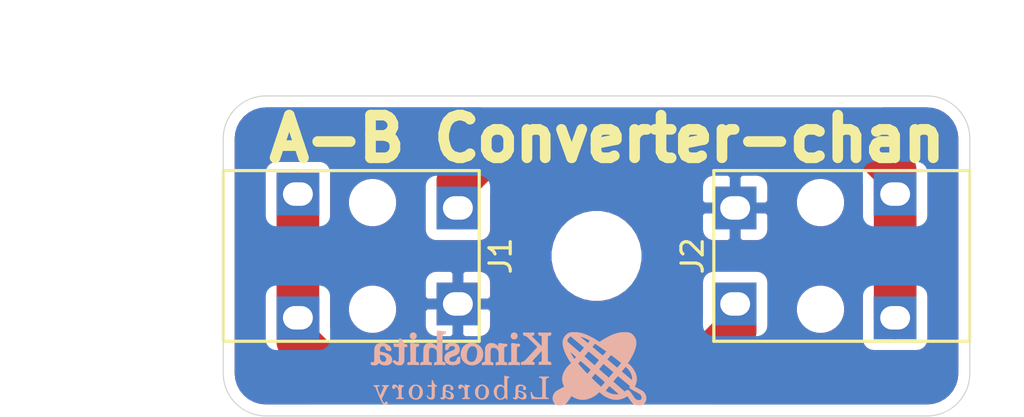
<source format=kicad_pcb>
(kicad_pcb (version 20171130) (host pcbnew "(5.1.5)-3")

  (general
    (thickness 1.6)
    (drawings 11)
    (tracks 12)
    (zones 0)
    (modules 4)
    (nets 4)
  )

  (page A4)
  (layers
    (0 F.Cu signal)
    (31 B.Cu signal)
    (32 B.Adhes user)
    (33 F.Adhes user)
    (34 B.Paste user)
    (35 F.Paste user)
    (36 B.SilkS user)
    (37 F.SilkS user)
    (38 B.Mask user)
    (39 F.Mask user)
    (40 Dwgs.User user)
    (41 Cmts.User user)
    (42 Eco1.User user)
    (43 Eco2.User user)
    (44 Edge.Cuts user)
    (45 Margin user)
    (46 B.CrtYd user)
    (47 F.CrtYd user)
    (48 B.Fab user)
    (49 F.Fab user)
  )

  (setup
    (last_trace_width 0.25)
    (user_trace_width 2)
    (trace_clearance 0.2)
    (zone_clearance 0.508)
    (zone_45_only no)
    (trace_min 0.2)
    (via_size 0.8)
    (via_drill 0.4)
    (via_min_size 0.4)
    (via_min_drill 0.3)
    (uvia_size 0.3)
    (uvia_drill 0.1)
    (uvias_allowed no)
    (uvia_min_size 0.2)
    (uvia_min_drill 0.1)
    (edge_width 0.05)
    (segment_width 0.2)
    (pcb_text_width 0.3)
    (pcb_text_size 1.5 1.5)
    (mod_edge_width 0.12)
    (mod_text_size 1 1)
    (mod_text_width 0.15)
    (pad_size 3.2 3.2)
    (pad_drill 3.2)
    (pad_to_mask_clearance 0.051)
    (solder_mask_min_width 0.25)
    (aux_axis_origin 83 49)
    (grid_origin 83 49)
    (visible_elements 7FFFFFFF)
    (pcbplotparams
      (layerselection 0x010fc_ffffffff)
      (usegerberextensions true)
      (usegerberattributes false)
      (usegerberadvancedattributes false)
      (creategerberjobfile false)
      (excludeedgelayer true)
      (linewidth 0.100000)
      (plotframeref false)
      (viasonmask false)
      (mode 1)
      (useauxorigin false)
      (hpglpennumber 1)
      (hpglpenspeed 20)
      (hpglpendiameter 15.000000)
      (psnegative false)
      (psa4output false)
      (plotreference true)
      (plotvalue true)
      (plotinvisibletext false)
      (padsonsilk false)
      (subtractmaskfromsilk false)
      (outputformat 1)
      (mirror false)
      (drillshape 0)
      (scaleselection 1)
      (outputdirectory "gerber/"))
  )

  (net 0 "")
  (net 1 "Net-(J1-PadT)")
  (net 2 "Net-(J1-PadS)")
  (net 3 "Net-(J1-PadR)")

  (net_class Default "これはデフォルトのネット クラスです。"
    (clearance 0.2)
    (trace_width 0.25)
    (via_dia 0.8)
    (via_drill 0.4)
    (uvia_dia 0.3)
    (uvia_drill 0.1)
    (add_net "Net-(J1-PadR)")
    (add_net "Net-(J1-PadS)")
    (add_net "Net-(J1-PadT)")
  )

  (module ABC:logo (layer B.Cu) (tedit 0) (tstamp 5E8A33D4)
    (at 96.25 61.75 180)
    (fp_text reference G*** (at 0 0) (layer B.SilkS) hide
      (effects (font (size 1.524 1.524) (thickness 0.3)) (justify mirror))
    )
    (fp_text value LOGO (at 0.75 0) (layer B.SilkS) hide
      (effects (font (size 1.524 1.524) (thickness 0.3)) (justify mirror))
    )
    (fp_poly (pts (xy 4.371307 1.660985) (xy 4.388208 1.656988) (xy 4.424003 1.641205) (xy 4.453405 1.617606)
      (xy 4.476059 1.587911) (xy 4.491612 1.553843) (xy 4.499711 1.517122) (xy 4.499999 1.479469)
      (xy 4.492125 1.442605) (xy 4.475734 1.408252) (xy 4.450472 1.378131) (xy 4.446313 1.37444)
      (xy 4.413603 1.353608) (xy 4.375617 1.34155) (xy 4.334658 1.338674) (xy 4.293029 1.345389)
      (xy 4.288989 1.346582) (xy 4.259273 1.360751) (xy 4.231252 1.383064) (xy 4.208122 1.410478)
      (xy 4.194138 1.436961) (xy 4.18404 1.477886) (xy 4.183835 1.517576) (xy 4.192475 1.554844)
      (xy 4.20891 1.588501) (xy 4.232091 1.617356) (xy 4.260971 1.640221) (xy 4.294499 1.655907)
      (xy 4.331627 1.663225) (xy 4.371307 1.660985)) (layer B.SilkS) (width 0.01))
    (fp_poly (pts (xy -0.344772 1.655053) (xy -0.309439 1.641649) (xy -0.279763 1.618741) (xy -0.255165 1.585943)
      (xy -0.243954 1.564346) (xy -0.236804 1.547097) (xy -0.232945 1.531684) (xy -0.231736 1.513807)
      (xy -0.232537 1.489169) (xy -0.232593 1.488146) (xy -0.239146 1.444214) (xy -0.253803 1.407916)
      (xy -0.276956 1.37864) (xy -0.309001 1.355773) (xy -0.321734 1.349465) (xy -0.348476 1.341637)
      (xy -0.381102 1.338373) (xy -0.41514 1.33974) (xy -0.446118 1.345808) (xy -0.451253 1.347485)
      (xy -0.478542 1.362057) (xy -0.504394 1.384575) (xy -0.525721 1.411816) (xy -0.538927 1.43898)
      (xy -0.545479 1.47025) (xy -0.54667 1.50509) (xy -0.542729 1.539124) (xy -0.533887 1.567972)
      (xy -0.531949 1.571977) (xy -0.50781 1.606983) (xy -0.476552 1.633611) (xy -0.439315 1.651176)
      (xy -0.397243 1.658992) (xy -0.386342 1.659342) (xy -0.344772 1.655053)) (layer B.SilkS) (width 0.01))
    (fp_poly (pts (xy -0.820342 1.661162) (xy -0.81463 1.650041) (xy -0.811228 1.628968) (xy -0.809989 1.597391)
      (xy -0.809978 1.593515) (xy -0.810411 1.571583) (xy -0.812377 1.55732) (xy -0.816881 1.547118)
      (xy -0.824926 1.537367) (xy -0.825866 1.53638) (xy -0.842314 1.523866) (xy -0.8659 1.514277)
      (xy -0.879488 1.510579) (xy -0.896684 1.506282) (xy -0.912112 1.501944) (xy -0.926524 1.496958)
      (xy -0.94067 1.49072) (xy -0.955303 1.482623) (xy -0.971175 1.472062) (xy -0.989038 1.458432)
      (xy -1.009644 1.441127) (xy -1.033744 1.419541) (xy -1.06209 1.393068) (xy -1.095435 1.361104)
      (xy -1.13453 1.323043) (xy -1.180126 1.278278) (xy -1.232977 1.226205) (xy -1.234847 1.224361)
      (xy -1.278429 1.181334) (xy -1.319535 1.14064) (xy -1.357475 1.102969) (xy -1.391555 1.069014)
      (xy -1.421084 1.039469) (xy -1.445371 1.015024) (xy -1.463722 0.996374) (xy -1.475447 0.984209)
      (xy -1.479854 0.979222) (xy -1.47987 0.979167) (xy -1.476173 0.974608) (xy -1.465507 0.962567)
      (xy -1.448594 0.943824) (xy -1.426155 0.91916) (xy -1.398913 0.889358) (xy -1.367588 0.855197)
      (xy -1.332903 0.817458) (xy -1.295579 0.776924) (xy -1.256339 0.734374) (xy -1.215904 0.69059)
      (xy -1.174995 0.646354) (xy -1.134335 0.602445) (xy -1.094645 0.559646) (xy -1.056648 0.518737)
      (xy -1.021064 0.480499) (xy -0.988616 0.445713) (xy -0.960025 0.415162) (xy -0.936013 0.389624)
      (xy -0.917303 0.369883) (xy -0.905934 0.358067) (xy -0.88074 0.334263) (xy -0.856677 0.316809)
      (xy -0.830083 0.303652) (xy -0.797298 0.29274) (xy -0.782133 0.288672) (xy -0.750318 0.278591)
      (xy -0.728298 0.266679) (xy -0.714605 0.25184) (xy -0.707823 0.23327) (xy -0.706482 0.216175)
      (xy -0.707224 0.194631) (xy -0.709628 0.172899) (xy -0.713273 0.155238) (xy -0.716297 0.147642)
      (xy -0.719381 0.145443) (xy -0.726278 0.143927) (xy -0.738169 0.143091) (xy -0.756234 0.142929)
      (xy -0.781652 0.14344) (xy -0.815605 0.14462) (xy -0.859272 0.146466) (xy -0.875391 0.147192)
      (xy -0.934348 0.149601) (xy -0.985857 0.151003) (xy -1.033715 0.151397) (xy -1.081717 0.150782)
      (xy -1.133659 0.149156) (xy -1.181339 0.147092) (xy -1.221536 0.145314) (xy -1.25795 0.143922)
      (xy -1.289086 0.142957) (xy -1.313448 0.142457) (xy -1.329542 0.142462) (xy -1.335871 0.143012)
      (xy -1.33588 0.14302) (xy -1.337608 0.149696) (xy -1.339549 0.164815) (xy -1.341363 0.185546)
      (xy -1.341898 0.19348) (xy -1.343157 0.216831) (xy -1.342959 0.232065) (xy -1.340666 0.242327)
      (xy -1.335638 0.250759) (xy -1.328594 0.258995) (xy -1.316442 0.270243) (xy -1.30244 0.277049)
      (xy -1.282187 0.281431) (xy -1.278467 0.281985) (xy -1.252643 0.286271) (xy -1.236381 0.290661)
      (xy -1.227973 0.295907) (xy -1.225711 0.302761) (xy -1.225957 0.305135) (xy -1.230024 0.311007)
      (xy -1.241139 0.324354) (xy -1.258624 0.344423) (xy -1.281798 0.370461) (xy -1.309983 0.401715)
      (xy -1.3425 0.43743) (xy -1.378669 0.476853) (xy -1.417811 0.519231) (xy -1.456267 0.560613)
      (xy -1.684867 0.805904) (xy -1.686402 0.562407) (xy -1.686877 0.501933) (xy -1.687297 0.45173)
      (xy -1.6874 0.410781) (xy -1.686925 0.37807) (xy -1.685612 0.352581) (xy -1.683199 0.333297)
      (xy -1.679427 0.319203) (xy -1.674033 0.309281) (xy -1.666757 0.302516) (xy -1.657339 0.297892)
      (xy -1.645516 0.294391) (xy -1.631029 0.290999) (xy -1.615767 0.287268) (xy -1.58604 0.27836)
      (xy -1.565204 0.269285) (xy -1.550894 0.258995) (xy -1.550029 0.258155) (xy -1.54198 0.249634)
      (xy -1.53735 0.241744) (xy -1.535466 0.23135) (xy -1.535659 0.215317) (xy -1.536839 0.196568)
      (xy -1.538941 0.17463) (xy -1.541739 0.156976) (xy -1.544709 0.146708) (xy -1.545428 0.145647)
      (xy -1.553076 0.144031) (xy -1.571554 0.143367) (xy -1.600444 0.143649) (xy -1.639327 0.144874)
      (xy -1.687786 0.147037) (xy -1.691389 0.147217) (xy -1.749855 0.149795) (xy -1.801062 0.151175)
      (xy -1.848977 0.151364) (xy -1.897565 0.150366) (xy -1.950792 0.14819) (xy -1.961572 0.147653)
      (xy -2.008184 0.145237) (xy -2.044754 0.143369) (xy -2.072517 0.142158) (xy -2.092711 0.141716)
      (xy -2.106573 0.142154) (xy -2.11534 0.143584) (xy -2.120249 0.146116) (xy -2.122538 0.149862)
      (xy -2.123442 0.154933) (xy -2.1242 0.16144) (xy -2.124333 0.162277) (xy -2.128437 0.201378)
      (xy -2.126032 0.231874) (xy -2.116715 0.254659) (xy -2.100081 0.270626) (xy -2.075726 0.280666)
      (xy -2.070093 0.281999) (xy -2.033944 0.290562) (xy -2.004584 0.299176) (xy -1.983523 0.307343)
      (xy -1.972737 0.314069) (xy -1.971351 0.31649) (xy -1.970122 0.321241) (xy -1.969042 0.328952)
      (xy -1.968101 0.340257) (xy -1.96729 0.355788) (xy -1.9666 0.376178) (xy -1.966023 0.402058)
      (xy -1.965548 0.434062) (xy -1.965168 0.472822) (xy -1.964872 0.518969) (xy -1.964653 0.573138)
      (xy -1.9645 0.635959) (xy -1.964405 0.708066) (xy -1.964358 0.79009) (xy -1.964351 0.882665)
      (xy -1.964353 0.899281) (xy -1.964409 0.979105) (xy -1.964549 1.055795) (xy -1.964766 1.128592)
      (xy -1.965054 1.196734) (xy -1.965408 1.259462) (xy -1.965821 1.316016) (xy -1.966287 1.365635)
      (xy -1.966801 1.407559) (xy -1.967355 1.441029) (xy -1.967944 1.465284) (xy -1.968562 1.479564)
      (xy -1.969027 1.483251) (xy -1.978033 1.490348) (xy -1.995033 1.498355) (xy -2.016918 1.506129)
      (xy -2.040581 1.512529) (xy -2.057408 1.51571) (xy -2.086852 1.522111) (xy -2.107401 1.532381)
      (xy -2.120211 1.5481) (xy -2.126436 1.57085) (xy -2.127231 1.602212) (xy -2.126776 1.61068)
      (xy -2.125056 1.63157) (xy -2.122998 1.648086) (xy -2.12102 1.656939) (xy -2.120845 1.657273)
      (xy -2.113823 1.659322) (xy -2.09719 1.660007) (xy -2.072543 1.659301) (xy -2.056438 1.65833)
      (xy -2.012827 1.655955) (xy -1.960582 1.654183) (xy -1.902342 1.653031) (xy -1.840746 1.652515)
      (xy -1.778432 1.652653) (xy -1.718041 1.65346) (xy -1.662211 1.654952) (xy -1.641791 1.655743)
      (xy -1.530981 1.660486) (xy -1.524743 1.624665) (xy -1.521933 1.588159) (xy -1.527574 1.559106)
      (xy -1.541732 1.537395) (xy -1.564474 1.522919) (xy -1.591915 1.516042) (xy -1.614889 1.511657)
      (xy -1.638628 1.504965) (xy -1.660033 1.497084) (xy -1.676005 1.489129) (xy -1.682929 1.483251)
      (xy -1.683917 1.476211) (xy -1.684835 1.459104) (xy -1.685659 1.433152) (xy -1.686367 1.399577)
      (xy -1.686935 1.3596) (xy -1.687338 1.314442) (xy -1.687554 1.265327) (xy -1.687584 1.241777)
      (xy -1.687651 1.007533) (xy -1.450604 1.244739) (xy -1.407839 1.287689) (xy -1.367554 1.328455)
      (xy -1.330445 1.366309) (xy -1.29721 1.400526) (xy -1.268548 1.430378) (xy -1.245155 1.455141)
      (xy -1.22773 1.474087) (xy -1.21697 1.486489) (xy -1.213556 1.491526) (xy -1.21752 1.498083)
      (xy -1.229995 1.504758) (xy -1.25185 1.51189) (xy -1.283958 1.51982) (xy -1.28852 1.520836)
      (xy -1.306092 1.5302) (xy -1.318421 1.548675) (xy -1.324914 1.575089) (xy -1.325756 1.594555)
      (xy -1.324255 1.622876) (xy -1.321159 1.644499) (xy -1.31679 1.657848) (xy -1.31202 1.661486)
      (xy -1.305088 1.660984) (xy -1.288522 1.660011) (xy -1.263962 1.658656) (xy -1.233048 1.657009)
      (xy -1.19742 1.655159) (xy -1.174045 1.653967) (xy -1.116425 1.651444) (xy -1.06662 1.650216)
      (xy -1.021231 1.65028) (xy -0.976856 1.651629) (xy -0.9398 1.653631) (xy -0.90652 1.655842)
      (xy -0.876711 1.65805) (xy -0.852381 1.66009) (xy -0.835542 1.661793) (xy -0.828511 1.662881)
      (xy -0.820342 1.661162)) (layer B.SilkS) (width 0.01))
    (fp_poly (pts (xy 4.438369 1.164069) (xy 4.451094 1.159354) (xy 4.461563 1.151337) (xy 4.467615 1.144748)
      (xy 4.474603 1.135811) (xy 4.478758 1.127405) (xy 4.480571 1.116586) (xy 4.480533 1.100412)
      (xy 4.479136 1.075939) (xy 4.479127 1.075795) (xy 4.478497 1.061125) (xy 4.477812 1.03629)
      (xy 4.477087 1.002417) (xy 4.47634 0.960629) (xy 4.475588 0.912052) (xy 4.474849 0.857811)
      (xy 4.474139 0.799029) (xy 4.473476 0.736832) (xy 4.472877 0.672345) (xy 4.472771 0.65979)
      (xy 4.469733 0.295114) (xy 4.489033 0.285955) (xy 4.506177 0.279413) (xy 4.527913 0.273145)
      (xy 4.538755 0.270683) (xy 4.571267 0.262601) (xy 4.593899 0.25256) (xy 4.608052 0.23901)
      (xy 4.615128 0.2204) (xy 4.616526 0.195177) (xy 4.615985 0.18519) (xy 4.614858 0.169862)
      (xy 4.613106 0.15796) (xy 4.60945 0.149119) (xy 4.602607 0.142971) (xy 4.591299 0.139149)
      (xy 4.574243 0.137287) (xy 4.550159 0.137017) (xy 4.517766 0.137972) (xy 4.475785 0.139786)
      (xy 4.459997 0.140493) (xy 4.421682 0.142094) (xy 4.386943 0.143346) (xy 4.357427 0.144206)
      (xy 4.334783 0.144631) (xy 4.320659 0.144578) (xy 4.316778 0.144251) (xy 4.309155 0.143387)
      (xy 4.292052 0.142299) (xy 4.267273 0.141075) (xy 4.236622 0.1398) (xy 4.201904 0.138563)
      (xy 4.193182 0.138282) (xy 4.076832 0.134608) (xy 4.072995 0.173543) (xy 4.071648 0.205515)
      (xy 4.075768 0.22889) (xy 4.086691 0.245578) (xy 4.105751 0.257487) (xy 4.134283 0.266526)
      (xy 4.138759 0.26759) (xy 4.161663 0.273442) (xy 4.183133 0.279844) (xy 4.196615 0.284668)
      (xy 4.2164 0.292935) (xy 4.2164 0.616936) (xy 4.216303 0.696543) (xy 4.216011 0.765122)
      (xy 4.215517 0.822932) (xy 4.214818 0.870233) (xy 4.213909 0.907284) (xy 4.212784 0.934345)
      (xy 4.21144 0.951675) (xy 4.210143 0.958884) (xy 4.201546 0.973888) (xy 4.186617 0.985052)
      (xy 4.163626 0.99332) (xy 4.13727 0.998647) (xy 4.105442 1.006949) (xy 4.083451 1.020457)
      (xy 4.070762 1.039915) (xy 4.066843 1.066064) (xy 4.069741 1.092711) (xy 4.076243 1.127173)
      (xy 4.160317 1.130624) (xy 4.217294 1.134323) (xy 4.271362 1.140986) (xy 4.329067 1.151421)
      (xy 4.330251 1.151663) (xy 4.369328 1.159281) (xy 4.399218 1.163945) (xy 4.421655 1.165571)
      (xy 4.438369 1.164069)) (layer B.SilkS) (width 0.01))
    (fp_poly (pts (xy 3.195349 1.748311) (xy 3.205293 1.744136) (xy 3.21587 1.735793) (xy 3.21799 1.73391)
      (xy 3.227301 1.725199) (xy 3.232883 1.717483) (xy 3.235593 1.707685) (xy 3.236288 1.692727)
      (xy 3.235832 1.669816) (xy 3.235533 1.65521) (xy 3.235134 1.630551) (xy 3.234652 1.597077)
      (xy 3.234102 1.556022) (xy 3.233501 1.508624) (xy 3.232865 1.456118) (xy 3.232209 1.39974)
      (xy 3.231549 1.340727) (xy 3.231244 1.312698) (xy 3.227913 1.002619) (xy 3.253104 1.02584)
      (xy 3.309608 1.071845) (xy 3.372027 1.111903) (xy 3.390104 1.121688) (xy 3.429345 1.140565)
      (xy 3.463911 1.153321) (xy 3.49787 1.160967) (xy 3.535293 1.16452) (xy 3.564466 1.165114)
      (xy 3.612663 1.163109) (xy 3.65358 1.156593) (xy 3.690577 1.14482) (xy 3.721092 1.130319)
      (xy 3.748302 1.111578) (xy 3.776324 1.085429) (xy 3.802163 1.055094) (xy 3.822826 1.023792)
      (xy 3.826363 1.017129) (xy 3.833801 1.002205) (xy 3.840146 0.988517) (xy 3.845493 0.975052)
      (xy 3.849936 0.960799) (xy 3.853568 0.944746) (xy 3.856484 0.92588) (xy 3.858778 0.903191)
      (xy 3.860544 0.875666) (xy 3.861876 0.842293) (xy 3.862868 0.80206) (xy 3.863614 0.753956)
      (xy 3.864208 0.696968) (xy 3.864745 0.630085) (xy 3.864952 0.602094) (xy 3.86722 0.292611)
      (xy 3.886617 0.284506) (xy 3.902439 0.278952) (xy 3.924219 0.272602) (xy 3.944085 0.26759)
      (xy 3.964864 0.261868) (xy 3.98214 0.255484) (xy 3.991821 0.250062) (xy 4.004705 0.231781)
      (xy 4.010131 0.206467) (xy 4.008242 0.173336) (xy 4.007159 0.166612) (xy 4.000599 0.128943)
      (xy 3.974444 0.132407) (xy 3.929569 0.136932) (xy 3.874918 0.140036) (xy 3.811918 0.141714)
      (xy 3.741991 0.141963) (xy 3.666563 0.140777) (xy 3.587059 0.138152) (xy 3.504902 0.134083)
      (xy 3.502566 0.133947) (xy 3.487923 0.133903) (xy 3.480659 0.137573) (xy 3.476958 0.147241)
      (xy 3.476423 0.149577) (xy 3.471124 0.187426) (xy 3.473889 0.217578) (xy 3.484893 0.240409)
      (xy 3.504312 0.2563) (xy 3.530136 0.265192) (xy 3.553265 0.271474) (xy 3.576615 0.280059)
      (xy 3.58497 0.283896) (xy 3.609622 0.296333) (xy 3.611204 0.519289) (xy 3.611536 0.595112)
      (xy 3.611289 0.660535) (xy 3.610331 0.716438) (xy 3.60853 0.763701) (xy 3.605755 0.803205)
      (xy 3.601874 0.835829) (xy 3.596754 0.862454) (xy 3.590263 0.883959) (xy 3.582271 0.901225)
      (xy 3.572644 0.915132) (xy 3.561252 0.92656) (xy 3.548775 0.935854) (xy 3.536641 0.943203)
      (xy 3.525288 0.947662) (xy 3.511399 0.94988) (xy 3.49166 0.950506) (xy 3.474542 0.950371)
      (xy 3.418807 0.944674) (xy 3.368827 0.92936) (xy 3.324922 0.904633) (xy 3.287412 0.870698)
      (xy 3.256619 0.827759) (xy 3.244074 0.803482) (xy 3.241021 0.796619) (xy 3.238504 0.789764)
      (xy 3.236472 0.781807) (xy 3.234872 0.771642) (xy 3.233654 0.758159) (xy 3.232765 0.74025)
      (xy 3.232153 0.716807) (xy 3.231767 0.686722) (xy 3.231555 0.648885) (xy 3.231465 0.60219)
      (xy 3.231444 0.545527) (xy 3.231444 0.290689) (xy 3.273778 0.27722) (xy 3.304808 0.267086)
      (xy 3.32685 0.258993) (xy 3.341776 0.251904) (xy 3.351459 0.24478) (xy 3.35777 0.236583)
      (xy 3.361688 0.22846) (xy 3.366235 0.213748) (xy 3.367109 0.197499) (xy 3.36452 0.175219)
      (xy 3.364241 0.173484) (xy 3.36125 0.154386) (xy 3.359167 0.139808) (xy 3.358487 0.133526)
      (xy 3.353464 0.131433) (xy 3.340716 0.131415) (xy 3.331633 0.132346) (xy 3.299936 0.135571)
      (xy 3.259522 0.138125) (xy 3.212502 0.140007) (xy 3.160991 0.141214) (xy 3.107102 0.141746)
      (xy 3.052947 0.141601) (xy 3.00064 0.140777) (xy 2.952295 0.139274) (xy 2.910023 0.137089)
      (xy 2.875939 0.134221) (xy 2.863645 0.132679) (xy 2.847616 0.131743) (xy 2.837761 0.133891)
      (xy 2.836643 0.134965) (xy 2.833682 0.144979) (xy 2.831171 0.162457) (xy 2.829382 0.183578)
      (xy 2.828587 0.204519) (xy 2.829059 0.221459) (xy 2.830017 0.227935) (xy 2.835586 0.240182)
      (xy 2.846574 0.250216) (xy 2.864708 0.25904) (xy 2.891716 0.267657) (xy 2.904066 0.270933)
      (xy 2.926839 0.277393) (xy 2.946744 0.284165) (xy 2.960067 0.289963) (xy 2.961558 0.290856)
      (xy 2.974622 0.299416) (xy 2.974487 0.90183) (xy 2.974421 0.986634) (xy 2.974265 1.067878)
      (xy 2.974025 1.144844) (xy 2.973706 1.216816) (xy 2.973316 1.283075) (xy 2.97286 1.342905)
      (xy 2.972345 1.395587) (xy 2.971775 1.440406) (xy 2.971158 1.476642) (xy 2.970498 1.503579)
      (xy 2.969803 1.5205) (xy 2.969245 1.526263) (xy 2.962877 1.545287) (xy 2.952698 1.558672)
      (xy 2.936531 1.567996) (xy 2.912198 1.574834) (xy 2.898572 1.577421) (xy 2.862773 1.586013)
      (xy 2.837196 1.598074) (xy 2.821078 1.614481) (xy 2.813654 1.636108) (xy 2.814161 1.663832)
      (xy 2.815568 1.672525) (xy 2.819112 1.690504) (xy 2.822014 1.703296) (xy 2.823427 1.707676)
      (xy 2.829304 1.708554) (xy 2.844592 1.710002) (xy 2.867435 1.711865) (xy 2.895976 1.713993)
      (xy 2.92229 1.715824) (xy 2.959188 1.718806) (xy 2.996749 1.722699) (xy 3.031586 1.727094)
      (xy 3.060318 1.731583) (xy 3.071868 1.733851) (xy 3.10041 1.73949) (xy 3.130081 1.744357)
      (xy 3.155609 1.747613) (xy 3.161545 1.748141) (xy 3.182084 1.749314) (xy 3.195349 1.748311)) (layer B.SilkS) (width 0.01))
    (fp_poly (pts (xy 2.587417 1.174688) (xy 2.663478 1.16026) (xy 2.737199 1.137123) (xy 2.791803 1.113086)
      (xy 2.803793 1.106989) (xy 2.813151 1.101328) (xy 2.820256 1.094681) (xy 2.825486 1.085627)
      (xy 2.82922 1.072746) (xy 2.831834 1.054617) (xy 2.833709 1.029817) (xy 2.835221 0.996927)
      (xy 2.836749 0.954525) (xy 2.837165 0.942622) (xy 2.840835 0.8382) (xy 2.787784 0.840212)
      (xy 2.752711 0.842699) (xy 2.72694 0.847941) (xy 2.708584 0.857207) (xy 2.695755 0.871762)
      (xy 2.686567 0.892873) (xy 2.681444 0.911577) (xy 2.669287 0.94673) (xy 2.651476 0.976791)
      (xy 2.629727 0.99898) (xy 2.625765 1.001767) (xy 2.595585 1.016712) (xy 2.55968 1.026878)
      (xy 2.521863 1.031737) (xy 2.485943 1.030761) (xy 2.459383 1.024821) (xy 2.424807 1.008262)
      (xy 2.400412 0.986865) (xy 2.386155 0.960579) (xy 2.381955 0.932259) (xy 2.383716 0.910616)
      (xy 2.389642 0.891589) (xy 2.400699 0.874452) (xy 2.417853 0.858482) (xy 2.442069 0.842954)
      (xy 2.474314 0.827145) (xy 2.515554 0.810328) (xy 2.566753 0.791781) (xy 2.571435 0.790157)
      (xy 2.625167 0.770808) (xy 2.669563 0.752981) (xy 2.706321 0.735809) (xy 2.737138 0.718426)
      (xy 2.763711 0.699965) (xy 2.787259 0.680006) (xy 2.824607 0.63928) (xy 2.851937 0.595056)
      (xy 2.869736 0.546161) (xy 2.878491 0.491423) (xy 2.879625 0.457878) (xy 2.874577 0.395725)
      (xy 2.860048 0.33968) (xy 2.835997 0.289659) (xy 2.80238 0.245577) (xy 2.759158 0.207348)
      (xy 2.75298 0.202909) (xy 2.698143 0.171276) (xy 2.636769 0.148813) (xy 2.568843 0.135517)
      (xy 2.494348 0.131385) (xy 2.413268 0.136414) (xy 2.413184 0.136424) (xy 2.353511 0.145479)
      (xy 2.295959 0.158507) (xy 2.242976 0.174786) (xy 2.197007 0.193594) (xy 2.169762 0.208214)
      (xy 2.161155 0.214115) (xy 2.155696 0.22081) (xy 2.152362 0.231094) (xy 2.150128 0.247762)
      (xy 2.148564 0.266079) (xy 2.147104 0.287763) (xy 2.145446 0.317703) (xy 2.143739 0.352871)
      (xy 2.142133 0.39024) (xy 2.141143 0.416277) (xy 2.137459 0.519289) (xy 2.179274 0.519165)
      (xy 2.218363 0.516036) (xy 2.248149 0.50695) (xy 2.268489 0.491965) (xy 2.276756 0.478665)
      (xy 2.282117 0.463415) (xy 2.288421 0.442) (xy 2.2938 0.421104) (xy 2.309039 0.378678)
      (xy 2.332598 0.343671) (xy 2.364089 0.316324) (xy 2.40312 0.296876) (xy 2.449301 0.285566)
      (xy 2.502242 0.282634) (xy 2.518167 0.283344) (xy 2.561923 0.289984) (xy 2.596887 0.303679)
      (xy 2.623094 0.324442) (xy 2.627961 0.330317) (xy 2.637487 0.344976) (xy 2.642947 0.360434)
      (xy 2.645741 0.38121) (xy 2.64629 0.389554) (xy 2.646269 0.4155) (xy 2.642391 0.437756)
      (xy 2.633694 0.457135) (xy 2.619216 0.474452) (xy 2.597993 0.490521) (xy 2.569063 0.506159)
      (xy 2.531464 0.522178) (xy 2.484232 0.539394) (xy 2.459206 0.547873) (xy 2.388406 0.574228)
      (xy 2.328296 0.602792) (xy 2.278407 0.634065) (xy 2.23827 0.668547) (xy 2.207416 0.706737)
      (xy 2.185377 0.749135) (xy 2.171683 0.796241) (xy 2.165866 0.848554) (xy 2.165597 0.860777)
      (xy 2.169311 0.919355) (xy 2.181768 0.971552) (xy 2.203547 1.018783) (xy 2.235229 1.062463)
      (xy 2.257868 1.086246) (xy 2.302941 1.12284) (xy 2.35303 1.150149) (xy 2.408856 1.168436)
      (xy 2.47114 1.177965) (xy 2.512449 1.179591) (xy 2.587417 1.174688)) (layer B.SilkS) (width 0.01))
    (fp_poly (pts (xy 0.73914 1.159684) (xy 0.771028 1.153827) (xy 0.80121 1.143911) (xy 0.829039 1.131288)
      (xy 0.871741 1.1038) (xy 0.907424 1.067533) (xy 0.936193 1.022379) (xy 0.940165 1.014314)
      (xy 0.947691 0.998125) (xy 0.954093 0.983055) (xy 0.959463 0.968061) (xy 0.96389 0.952102)
      (xy 0.967467 0.934137) (xy 0.970284 0.913121) (xy 0.972432 0.888015) (xy 0.974004 0.857776)
      (xy 0.975089 0.821361) (xy 0.97578 0.777729) (xy 0.976166 0.725839) (xy 0.97634 0.664647)
      (xy 0.976391 0.600184) (xy 0.976471 0.543376) (xy 0.976667 0.489849) (xy 0.976965 0.440688)
      (xy 0.977353 0.396982) (xy 0.977819 0.359818) (xy 0.978352 0.330284) (xy 0.978937 0.309467)
      (xy 0.979564 0.298455) (xy 0.979801 0.297092) (xy 0.987677 0.290264) (xy 1.006706 0.281751)
      (xy 1.036879 0.271557) (xy 1.076375 0.260177) (xy 1.095789 0.251778) (xy 1.111133 0.239712)
      (xy 1.112285 0.238342) (xy 1.118625 0.228948) (xy 1.121908 0.218752) (xy 1.122685 0.204325)
      (xy 1.121503 0.182241) (xy 1.121433 0.181283) (xy 1.119257 0.160296) (xy 1.116378 0.14368)
      (xy 1.113378 0.134701) (xy 1.113055 0.134309) (xy 1.105273 0.132616) (xy 1.087278 0.132211)
      (xy 1.06007 0.133078) (xy 1.024651 0.135201) (xy 1.01531 0.135875) (xy 0.978955 0.137857)
      (xy 0.934648 0.139135) (xy 0.884944 0.139734) (xy 0.832399 0.139681) (xy 0.779568 0.139)
      (xy 0.729006 0.137719) (xy 0.683268 0.135862) (xy 0.644909 0.133456) (xy 0.628577 0.13198)
      (xy 0.593931 0.128369) (xy 0.587344 0.167423) (xy 0.584304 0.200647) (xy 0.588422 0.225826)
      (xy 0.600492 0.244237) (xy 0.621307 0.257158) (xy 0.648006 0.265114) (xy 0.66993 0.27074)
      (xy 0.690676 0.277564) (xy 0.699911 0.281395) (xy 0.719666 0.290792) (xy 0.721135 0.546237)
      (xy 0.721441 0.614504) (xy 0.721454 0.672502) (xy 0.721084 0.721247) (xy 0.720244 0.761758)
      (xy 0.718846 0.795051) (xy 0.716801 0.822145) (xy 0.714021 0.844056) (xy 0.710418 0.861802)
      (xy 0.705905 0.876401) (xy 0.700392 0.888869) (xy 0.693791 0.900224) (xy 0.689965 0.905933)
      (xy 0.671264 0.927052) (xy 0.648615 0.940722) (xy 0.619858 0.947856) (xy 0.586899 0.949442)
      (xy 0.533745 0.943691) (xy 0.484957 0.92842) (xy 0.441563 0.90446) (xy 0.40459 0.872641)
      (xy 0.375064 0.833793) (xy 0.354013 0.788747) (xy 0.344816 0.753681) (xy 0.343465 0.740949)
      (xy 0.34227 0.719187) (xy 0.341237 0.689892) (xy 0.340372 0.654561) (xy 0.33968 0.61469)
      (xy 0.339168 0.571775) (xy 0.338841 0.527314) (xy 0.338706 0.482803) (xy 0.338768 0.439739)
      (xy 0.339033 0.399618) (xy 0.339507 0.363937) (xy 0.340197 0.334193) (xy 0.341107 0.311882)
      (xy 0.342244 0.298501) (xy 0.343003 0.295434) (xy 0.352207 0.288432) (xy 0.371271 0.279892)
      (xy 0.398947 0.270313) (xy 0.424374 0.262812) (xy 0.450121 0.253653) (xy 0.466811 0.24181)
      (xy 0.475874 0.225109) (xy 0.47874 0.201373) (xy 0.477966 0.181283) (xy 0.47579 0.160296)
      (xy 0.472911 0.14368) (xy 0.469912 0.134701) (xy 0.469589 0.134309) (xy 0.461806 0.132616)
      (xy 0.443811 0.132211) (xy 0.416603 0.133078) (xy 0.381184 0.135201) (xy 0.371844 0.135875)
      (xy 0.335544 0.137854) (xy 0.291297 0.139131) (xy 0.241654 0.139732) (xy 0.189167 0.139682)
      (xy 0.136388 0.139007) (xy 0.085869 0.137732) (xy 0.040163 0.135884) (xy 0.001822 0.133488)
      (xy -0.014732 0.131995) (xy -0.03376 0.130291) (xy -0.044444 0.130716) (xy -0.049642 0.134014)
      (xy -0.052213 0.140928) (xy -0.052427 0.14181) (xy -0.059025 0.177182) (xy -0.059781 0.204861)
      (xy -0.054738 0.226785) (xy -0.054407 0.227592) (xy -0.048423 0.239428) (xy -0.040499 0.248135)
      (xy -0.028323 0.255039) (xy -0.009586 0.261468) (xy 0.016683 0.268413) (xy 0.038339 0.27445)
      (xy 0.057779 0.280962) (xy 0.068894 0.285644) (xy 0.084666 0.293801) (xy 0.084666 0.617369)
      (xy 0.084569 0.697135) (xy 0.084272 0.765855) (xy 0.083773 0.823766) (xy 0.083066 0.871111)
      (xy 0.082148 0.908128) (xy 0.081013 0.935058) (xy 0.079658 0.952141) (xy 0.078428 0.958832)
      (xy 0.072704 0.971101) (xy 0.064046 0.97993) (xy 0.050153 0.986584) (xy 0.028725 0.992331)
      (xy 0.01106 0.995914) (xy -0.019027 1.003097) (xy -0.039757 1.011964) (xy -0.053055 1.023734)
      (xy -0.060843 1.039627) (xy -0.061508 1.041904) (xy -0.063983 1.059579) (xy -0.063287 1.079636)
      (xy -0.060029 1.098931) (xy -0.054815 1.11432) (xy -0.048251 1.12266) (xy -0.045788 1.123331)
      (xy -0.0134 1.124471) (xy 0.02544 1.127123) (xy 0.067524 1.130949) (xy 0.109644 1.135607)
      (xy 0.148592 1.140759) (xy 0.181159 1.146064) (xy 0.194695 1.148812) (xy 0.241787 1.158006)
      (xy 0.279447 1.161887) (xy 0.308431 1.159999) (xy 0.329498 1.151886) (xy 0.343404 1.137092)
      (xy 0.350907 1.115162) (xy 0.352766 1.085639) (xy 0.35056 1.055015) (xy 0.348255 1.0334)
      (xy 0.346691 1.016735) (xy 0.346108 1.007659) (xy 0.346191 1.006749) (xy 0.35061 1.009832)
      (xy 0.361949 1.018809) (xy 0.378497 1.032301) (xy 0.39854 1.048926) (xy 0.398726 1.049081)
      (xy 0.443388 1.084612) (xy 0.483423 1.112096) (xy 0.521021 1.132483) (xy 0.558373 1.146721)
      (xy 0.597668 1.155762) (xy 0.641099 1.160555) (xy 0.657821 1.16141) (xy 0.70244 1.162029)
      (xy 0.73914 1.159684)) (layer B.SilkS) (width 0.01))
    (fp_poly (pts (xy -0.287854 1.160579) (xy -0.277377 1.157539) (xy -0.262278 1.144763) (xy -0.253302 1.125197)
      (xy -0.250066 1.097621) (xy -0.250979 1.07331) (xy -0.25163 1.060142) (xy -0.252331 1.036774)
      (xy -0.253065 1.004296) (xy -0.253815 0.963797) (xy -0.254564 0.916366) (xy -0.255296 0.863093)
      (xy -0.255993 0.805067) (xy -0.256639 0.743377) (xy -0.257217 0.679112) (xy -0.257348 0.662749)
      (xy -0.257908 0.587792) (xy -0.258311 0.523354) (xy -0.258549 0.468667) (xy -0.258611 0.422963)
      (xy -0.258487 0.385472) (xy -0.258166 0.355427) (xy -0.25764 0.332058) (xy -0.256897 0.314598)
      (xy -0.255927 0.302277) (xy -0.25472 0.294327) (xy -0.253266 0.28998) (xy -0.252404 0.288884)
      (xy -0.243732 0.284686) (xy -0.226958 0.278812) (xy -0.20496 0.272223) (xy -0.192164 0.268769)
      (xy -0.161501 0.260084) (xy -0.140273 0.251564) (xy -0.126781 0.241503) (xy -0.119329 0.228193)
      (xy -0.116217 0.209927) (xy -0.115711 0.191911) (xy -0.116355 0.169439) (xy -0.118785 0.154942)
      (xy -0.123751 0.145154) (xy -0.127389 0.141035) (xy -0.13247 0.136447) (xy -0.138204 0.13345)
      (xy -0.146596 0.131932) (xy -0.159649 0.13178) (xy -0.179368 0.132882) (xy -0.207758 0.135125)
      (xy -0.2177 0.135956) (xy -0.247035 0.137687) (xy -0.285295 0.13885) (xy -0.33013 0.139471)
      (xy -0.379192 0.139571) (xy -0.430132 0.139174) (xy -0.480601 0.138304) (xy -0.52825 0.136984)
      (xy -0.57073 0.135238) (xy -0.605692 0.133088) (xy -0.618619 0.131969) (xy -0.653037 0.128589)
      (xy -0.65667 0.158839) (xy -0.659635 0.187802) (xy -0.660096 0.208253) (xy -0.657679 0.222769)
      (xy -0.652012 0.233924) (xy -0.64452 0.242526) (xy -0.625735 0.255608) (xy -0.598912 0.264405)
      (xy -0.595131 0.265208) (xy -0.571785 0.270944) (xy -0.548635 0.278198) (xy -0.537501 0.282501)
      (xy -0.51338 0.292993) (xy -0.514923 0.623042) (xy -0.515202 0.695419) (xy -0.515418 0.75735)
      (xy -0.515736 0.809679) (xy -0.516318 0.853246) (xy -0.517329 0.888893) (xy -0.518932 0.917462)
      (xy -0.521291 0.939794) (xy -0.524568 0.956732) (xy -0.528929 0.969117) (xy -0.534536 0.97779)
      (xy -0.541553 0.983594) (xy -0.550143 0.987369) (xy -0.560471 0.989958) (xy -0.572699 0.992203)
      (xy -0.586992 0.994944) (xy -0.587213 0.994991) (xy -0.613625 1.00108) (xy -0.631468 1.006831)
      (xy -0.643322 1.013682) (xy -0.651766 1.02307) (xy -0.658502 1.03472) (xy -0.662909 1.050927)
      (xy -0.664103 1.072696) (xy -0.66225 1.094955) (xy -0.657518 1.112632) (xy -0.655844 1.115838)
      (xy -0.648516 1.11891) (xy -0.63083 1.122083) (xy -0.603717 1.125233) (xy -0.568107 1.128231)
      (xy -0.56111 1.128729) (xy -0.524931 1.131771) (xy -0.487709 1.135819) (xy -0.453126 1.140416)
      (xy -0.424867 1.145101) (xy -0.417263 1.146652) (xy -0.376247 1.154614) (xy -0.33993 1.159674)
      (xy -0.309927 1.161704) (xy -0.287854 1.160579)) (layer B.SilkS) (width 0.01))
    (fp_poly (pts (xy 1.626456 1.170442) (xy 1.682165 1.165387) (xy 1.732275 1.155833) (xy 1.734358 1.155292)
      (xy 1.805406 1.131345) (xy 1.871038 1.098645) (xy 1.930206 1.057924) (xy 1.981858 1.009916)
      (xy 2.024944 0.955354) (xy 2.028399 0.950094) (xy 2.063446 0.885763) (xy 2.089447 0.816076)
      (xy 2.106149 0.742754) (xy 2.1133 0.667517) (xy 2.110649 0.592088) (xy 2.097945 0.518188)
      (xy 2.093868 0.502635) (xy 2.079974 0.462665) (xy 2.060179 0.418816) (xy 2.03661 0.375148)
      (xy 2.011391 0.335719) (xy 1.995373 0.314591) (xy 1.948015 0.265181) (xy 1.8924 0.220832)
      (xy 1.831021 0.18316) (xy 1.76637 0.153778) (xy 1.7272 0.140844) (xy 1.694569 0.134002)
      (xy 1.654284 0.129164) (xy 1.60982 0.126447) (xy 1.564653 0.125967) (xy 1.522259 0.127838)
      (xy 1.486111 0.132177) (xy 1.483152 0.132718) (xy 1.406624 0.152406) (xy 1.336847 0.181091)
      (xy 1.274089 0.218533) (xy 1.218619 0.264491) (xy 1.170705 0.318725) (xy 1.130617 0.380992)
      (xy 1.098622 0.451054) (xy 1.085817 0.48869) (xy 1.080228 0.507808) (xy 1.076169 0.524572)
      (xy 1.073387 0.541414) (xy 1.071629 0.560767) (xy 1.070643 0.585062) (xy 1.070177 0.616733)
      (xy 1.07004 0.640644) (xy 1.070038 0.678735) (xy 1.070523 0.707904) (xy 1.071132 0.719666)
      (xy 1.343494 0.719666) (xy 1.346989 0.639247) (xy 1.357465 0.564578) (xy 1.37466 0.496381)
      (xy 1.398308 0.43538) (xy 1.428145 0.382298) (xy 1.463907 0.337859) (xy 1.492343 0.312267)
      (xy 1.511046 0.299525) (xy 1.530796 0.288766) (xy 1.53846 0.285514) (xy 1.56016 0.280486)
      (xy 1.58897 0.277738) (xy 1.620939 0.277281) (xy 1.652119 0.279127) (xy 1.678559 0.283289)
      (xy 1.685253 0.285074) (xy 1.725984 0.303175) (xy 1.760853 0.330465) (xy 1.789583 0.366321)
      (xy 1.811899 0.410121) (xy 1.827522 0.461243) (xy 1.836176 0.519065) (xy 1.837584 0.582964)
      (xy 1.835056 0.621677) (xy 1.824115 0.703208) (xy 1.80765 0.776445) (xy 1.785827 0.841046)
      (xy 1.75881 0.896669) (xy 1.726766 0.942975) (xy 1.689859 0.979621) (xy 1.648604 1.006095)
      (xy 1.634633 1.012111) (xy 1.620168 1.015914) (xy 1.602071 1.017974) (xy 1.577203 1.018759)
      (xy 1.563511 1.018822) (xy 1.53521 1.018489) (xy 1.514792 1.017122) (xy 1.498859 1.014164)
      (xy 1.484013 1.009061) (xy 1.472522 1.003948) (xy 1.435468 0.982358) (xy 1.405223 0.955113)
      (xy 1.381428 0.921423) (xy 1.363723 0.880496) (xy 1.35175 0.831541) (xy 1.345149 0.773767)
      (xy 1.343494 0.719666) (xy 1.071132 0.719666) (xy 1.071695 0.730515) (xy 1.073755 0.748929)
      (xy 1.076902 0.765512) (xy 1.081337 0.782625) (xy 1.082385 0.786283) (xy 1.108625 0.858837)
      (xy 1.143554 0.924619) (xy 1.187859 0.984819) (xy 1.212815 1.012244) (xy 1.270822 1.064203)
      (xy 1.334512 1.106439) (xy 1.403628 1.138804) (xy 1.465427 1.158188) (xy 1.514118 1.166885)
      (xy 1.569117 1.170956) (xy 1.626456 1.170442)) (layer B.SilkS) (width 0.01))
    (fp_poly (pts (xy 5.837702 1.164501) (xy 5.877801 1.162258) (xy 5.913615 1.158246) (xy 5.932311 1.154874)
      (xy 5.989031 1.137861) (xy 6.037538 1.113171) (xy 6.078141 1.080531) (xy 6.11115 1.03967)
      (xy 6.136874 0.990313) (xy 6.145717 0.966577) (xy 6.160346 0.922866) (xy 6.163607 0.626533)
      (xy 6.164363 0.560378) (xy 6.165083 0.504553) (xy 6.165805 0.458098) (xy 6.16657 0.420053)
      (xy 6.167417 0.389459) (xy 6.168386 0.365356) (xy 6.169517 0.346786) (xy 6.170849 0.332789)
      (xy 6.172422 0.322406) (xy 6.174276 0.314676) (xy 6.17645 0.308641) (xy 6.176804 0.307829)
      (xy 6.186963 0.286917) (xy 6.19675 0.27414) (xy 6.209144 0.267859) (xy 6.227123 0.266438)
      (xy 6.249507 0.267871) (xy 6.279075 0.269236) (xy 6.298865 0.26739) (xy 6.304842 0.26529)
      (xy 6.320967 0.250934) (xy 6.332775 0.229224) (xy 6.338438 0.203815) (xy 6.33868 0.197555)
      (xy 6.337896 0.181807) (xy 6.333803 0.171784) (xy 6.323816 0.163147) (xy 6.314712 0.157313)
      (xy 6.286319 0.141849) (xy 6.257707 0.131244) (xy 6.225864 0.124793) (xy 6.18778 0.121792)
      (xy 6.160911 0.121355) (xy 6.131549 0.121532) (xy 6.110431 0.122402) (xy 6.094517 0.124474)
      (xy 6.080762 0.128256) (xy 6.066126 0.134258) (xy 6.056221 0.138868) (xy 6.014164 0.163053)
      (xy 5.982159 0.191167) (xy 5.96327 0.216948) (xy 5.949504 0.240437) (xy 5.915315 0.207904)
      (xy 5.870826 0.173327) (xy 5.818355 0.146592) (xy 5.777089 0.132644) (xy 5.75814 0.128972)
      (xy 5.730962 0.125738) (xy 5.698611 0.123098) (xy 5.664142 0.121208) (xy 5.630612 0.120225)
      (xy 5.601077 0.120306) (xy 5.578592 0.121608) (xy 5.573889 0.122226) (xy 5.514803 0.136022)
      (xy 5.462832 0.15736) (xy 5.418586 0.185835) (xy 5.382676 0.221039) (xy 5.355712 0.262567)
      (xy 5.352404 0.269477) (xy 5.341629 0.302412) (xy 5.335365 0.34203) (xy 5.333764 0.3846)
      (xy 5.335899 0.412347) (xy 5.610701 0.412347) (xy 5.613887 0.370186) (xy 5.623516 0.336766)
      (xy 5.640055 0.311254) (xy 5.663971 0.292812) (xy 5.682009 0.284811) (xy 5.718165 0.277407)
      (xy 5.755584 0.280841) (xy 5.77219 0.285588) (xy 5.811826 0.30389) (xy 5.844577 0.330161)
      (xy 5.865108 0.354871) (xy 5.881407 0.380306) (xy 5.89343 0.406141) (xy 5.901721 0.434666)
      (xy 5.906826 0.468175) (xy 5.909289 0.50896) (xy 5.909733 0.542717) (xy 5.909733 0.627045)
      (xy 5.888566 0.623458) (xy 5.861293 0.618013) (xy 5.829517 0.610383) (xy 5.796187 0.601414)
      (xy 5.764254 0.591951) (xy 5.736668 0.582837) (xy 5.716379 0.574916) (xy 5.712471 0.57306)
      (xy 5.67291 0.547731) (xy 5.64202 0.516548) (xy 5.625012 0.489593) (xy 5.617476 0.472516)
      (xy 5.613092 0.456119) (xy 5.611093 0.436276) (xy 5.610701 0.412347) (xy 5.335899 0.412347)
      (xy 5.33698 0.426391) (xy 5.344524 0.461603) (xy 5.363296 0.508231) (xy 5.390216 0.550646)
      (xy 5.42567 0.589091) (xy 5.470046 0.623809) (xy 5.52373 0.655045) (xy 5.587109 0.683041)
      (xy 5.660571 0.708043) (xy 5.744502 0.730292) (xy 5.785943 0.739504) (xy 5.814358 0.745797)
      (xy 5.842581 0.752569) (xy 5.866275 0.758758) (xy 5.875209 0.761346) (xy 5.906911 0.771065)
      (xy 5.906264 0.832855) (xy 5.902715 0.886385) (xy 5.893242 0.930434) (xy 5.877771 0.965173)
      (xy 5.856228 0.990777) (xy 5.832232 1.005868) (xy 5.808379 1.013047) (xy 5.779546 1.016799)
      (xy 5.749545 1.017112) (xy 5.722189 1.013972) (xy 5.701291 1.007368) (xy 5.699351 1.006315)
      (xy 5.682164 0.991002) (xy 5.665185 0.96571) (xy 5.649172 0.931736) (xy 5.638565 0.902312)
      (xy 5.627693 0.874707) (xy 5.613969 0.853743) (xy 5.595203 0.837422) (xy 5.569204 0.823749)
      (xy 5.54051 0.812965) (xy 5.49395 0.798556) (xy 5.456619 0.78997) (xy 5.428112 0.787141)
      (xy 5.408029 0.790002) (xy 5.406379 0.790636) (xy 5.388463 0.803399) (xy 5.37696 0.824492)
      (xy 5.371623 0.85447) (xy 5.371161 0.869991) (xy 5.374926 0.905712) (xy 5.386498 0.93952)
      (xy 5.406725 0.973028) (xy 5.436458 1.007848) (xy 5.451643 1.022927) (xy 5.50769 1.069229)
      (xy 5.570778 1.107579) (xy 5.641596 1.138351) (xy 5.696158 1.155588) (xy 5.722545 1.160518)
      (xy 5.756988 1.16364) (xy 5.796402 1.164965) (xy 5.837702 1.164501)) (layer B.SilkS) (width 0.01))
    (fp_poly (pts (xy 4.973315 1.370809) (xy 4.9784 1.370542) (xy 5.009444 1.368777) (xy 5.0125 1.140177)
      (xy 5.266266 1.140177) (xy 5.266235 1.102077) (xy 5.264112 1.064605) (xy 5.257363 1.035495)
      (xy 5.245308 1.012532) (xy 5.235205 1.000742) (xy 5.216595 0.982133) (xy 5.012266 0.982133)
      (xy 5.012355 0.678744) (xy 5.012431 0.605833) (xy 5.012659 0.543341) (xy 5.013105 0.4904)
      (xy 5.013835 0.446142) (xy 5.014915 0.409696) (xy 5.016412 0.380195) (xy 5.018392 0.35677)
      (xy 5.020921 0.338552) (xy 5.024066 0.324671) (xy 5.027892 0.31426) (xy 5.032467 0.306448)
      (xy 5.037856 0.300369) (xy 5.041457 0.297231) (xy 5.059874 0.28926) (xy 5.084147 0.289209)
      (xy 5.112619 0.296573) (xy 5.143633 0.310848) (xy 5.175532 0.331528) (xy 5.189088 0.342246)
      (xy 5.208173 0.352859) (xy 5.228599 0.3554) (xy 5.252714 0.352428) (xy 5.271856 0.342748)
      (xy 5.289144 0.324513) (xy 5.295254 0.315886) (xy 5.31175 0.291323) (xy 5.276308 0.255233)
      (xy 5.223049 0.206221) (xy 5.170239 0.168207) (xy 5.117474 0.140935) (xy 5.076031 0.126938)
      (xy 5.048695 0.122183) (xy 5.014822 0.119717) (xy 4.978945 0.119618) (xy 4.945598 0.12196)
      (xy 4.929122 0.124483) (xy 4.885951 0.137332) (xy 4.849483 0.157919) (xy 4.818888 0.187015)
      (xy 4.793337 0.22539) (xy 4.773944 0.268562) (xy 4.771327 0.275735) (xy 4.769091 0.282914)
      (xy 4.767196 0.291025) (xy 4.765604 0.300993) (xy 4.764276 0.313747) (xy 4.763173 0.330211)
      (xy 4.762257 0.351313) (xy 4.761489 0.377978) (xy 4.76083 0.411134) (xy 4.760242 0.451705)
      (xy 4.759685 0.50062) (xy 4.759122 0.558803) (xy 4.758513 0.627182) (xy 4.758396 0.640644)
      (xy 4.755444 0.979311) (xy 4.6228 0.982491) (xy 4.622831 1.014768) (xy 4.62536 1.050663)
      (xy 4.632662 1.078443) (xy 4.644421 1.096949) (xy 4.645326 1.097798) (xy 4.656541 1.103863)
      (xy 4.675369 1.110042) (xy 4.698209 1.115162) (xy 4.69909 1.115316) (xy 4.723886 1.120502)
      (xy 4.744386 1.127422) (xy 4.76188 1.137401) (xy 4.777659 1.151762) (xy 4.793012 1.171831)
      (xy 4.809229 1.198931) (xy 4.827601 1.234388) (xy 4.840151 1.260133) (xy 4.859042 1.297961)
      (xy 4.875455 1.326437) (xy 4.890905 1.346768) (xy 4.906903 1.360163) (xy 4.924963 1.36783)
      (xy 4.946595 1.370976) (xy 4.973315 1.370809)) (layer B.SilkS) (width 0.01))
    (fp_poly (pts (xy 5.019584 -0.787635) (xy 5.021704 -0.797655) (xy 5.022972 -0.815914) (xy 5.023514 -0.843688)
      (xy 5.023555 -0.857015) (xy 5.023825 -0.884535) (xy 5.024562 -0.90784) (xy 5.025658 -0.924677)
      (xy 5.027004 -0.932792) (xy 5.027206 -0.933102) (xy 5.031355 -0.930577) (xy 5.038116 -0.920184)
      (xy 5.043241 -0.910054) (xy 5.058837 -0.883948) (xy 5.081208 -0.855969) (xy 5.107165 -0.829548)
      (xy 5.133519 -0.808118) (xy 5.144466 -0.801127) (xy 5.161755 -0.792186) (xy 5.177413 -0.787193)
      (xy 5.19609 -0.785073) (xy 5.215466 -0.784724) (xy 5.252749 -0.787998) (xy 5.281784 -0.798083)
      (xy 5.303695 -0.815492) (xy 5.31393 -0.829737) (xy 5.321298 -0.849441) (xy 5.325289 -0.875106)
      (xy 5.325865 -0.902742) (xy 5.322989 -0.928364) (xy 5.316623 -0.947984) (xy 5.315071 -0.950619)
      (xy 5.298363 -0.96723) (xy 5.276201 -0.977417) (xy 5.251789 -0.980833) (xy 5.228331 -0.977135)
      (xy 5.209032 -0.965977) (xy 5.205597 -0.962412) (xy 5.197458 -0.94974) (xy 5.193639 -0.933699)
      (xy 5.192889 -0.916229) (xy 5.192889 -0.884821) (xy 5.159109 -0.887265) (xy 5.129434 -0.892949)
      (xy 5.104905 -0.906103) (xy 5.083871 -0.927998) (xy 5.064684 -0.959905) (xy 5.064609 -0.960055)
      (xy 5.053233 -0.985053) (xy 5.044243 -1.010902) (xy 5.037393 -1.039286) (xy 5.032441 -1.071886)
      (xy 5.029142 -1.110386) (xy 5.027252 -1.156469) (xy 5.026528 -1.211818) (xy 5.026502 -1.222991)
      (xy 5.026512 -1.26489) (xy 5.026712 -1.297028) (xy 5.027226 -1.320933) (xy 5.028175 -1.338134)
      (xy 5.029682 -1.350158) (xy 5.031869 -1.358533) (xy 5.034858 -1.364787) (xy 5.038247 -1.369746)
      (xy 5.054283 -1.384021) (xy 5.078455 -1.396494) (xy 5.107614 -1.405697) (xy 5.120922 -1.408287)
      (xy 5.134564 -1.41123) (xy 5.140566 -1.416754) (xy 5.142055 -1.428647) (xy 5.142089 -1.433945)
      (xy 5.142089 -1.456267) (xy 4.792133 -1.456267) (xy 4.792133 -1.433797) (xy 4.792265 -1.422376)
      (xy 4.79417 -1.415206) (xy 4.800107 -1.410643) (xy 4.812338 -1.407042) (xy 4.833123 -1.402758)
      (xy 4.835442 -1.402292) (xy 4.853617 -1.394009) (xy 4.87121 -1.378521) (xy 4.884532 -1.359475)
      (xy 4.888361 -1.350018) (xy 4.89028 -1.337063) (xy 4.891705 -1.312989) (xy 4.892632 -1.277955)
      (xy 4.893058 -1.23212) (xy 4.89298 -1.175645) (xy 4.892696 -1.137356) (xy 4.89218 -1.085451)
      (xy 4.891645 -1.04358) (xy 4.891014 -1.010485) (xy 4.890208 -0.984911) (xy 4.889148 -0.965601)
      (xy 4.887756 -0.9513) (xy 4.885953 -0.940752) (xy 4.883661 -0.9327) (xy 4.880802 -0.92589)
      (xy 4.879295 -0.922867) (xy 4.864004 -0.90324) (xy 4.842007 -0.887067) (xy 4.817505 -0.876963)
      (xy 4.802226 -0.874889) (xy 4.792121 -0.873876) (xy 4.787628 -0.86869) (xy 4.786506 -0.856116)
      (xy 4.786489 -0.852311) (xy 4.786804 -0.838165) (xy 4.787593 -0.830304) (xy 4.787911 -0.829734)
      (xy 4.793611 -0.828653) (xy 4.808682 -0.825639) (xy 4.831433 -0.821034) (xy 4.860179 -0.815179)
      (xy 4.893231 -0.808416) (xy 4.899378 -0.807156) (xy 4.933463 -0.800233) (xy 4.963974 -0.794168)
      (xy 4.989108 -0.78931) (xy 5.007063 -0.786006) (xy 5.016034 -0.784603) (xy 5.016489 -0.784578)
      (xy 5.019584 -0.787635)) (layer B.SilkS) (width 0.01))
    (fp_poly (pts (xy 1.920416 -0.787047) (xy 1.922596 -0.795402) (xy 1.923979 -0.811062) (xy 1.924705 -0.835448)
      (xy 1.924906 -0.862189) (xy 1.925056 -0.9398) (xy 1.943178 -0.905934) (xy 1.962407 -0.876154)
      (xy 1.987108 -0.846823) (xy 2.014373 -0.820903) (xy 2.041299 -0.801363) (xy 2.050522 -0.796377)
      (xy 2.06695 -0.789494) (xy 2.082767 -0.785872) (xy 2.102253 -0.784857) (xy 2.122108 -0.785424)
      (xy 2.151926 -0.788231) (xy 2.1739 -0.794505) (xy 2.191305 -0.805777) (xy 2.207418 -0.823575)
      (xy 2.209356 -0.826135) (xy 2.217346 -0.843612) (xy 2.222239 -0.868016) (xy 2.223822 -0.895364)
      (xy 2.221887 -0.92167) (xy 2.216223 -0.942949) (xy 2.215591 -0.944338) (xy 2.200117 -0.964898)
      (xy 2.178236 -0.977409) (xy 2.152065 -0.98122) (xy 2.123724 -0.975678) (xy 2.119271 -0.97394)
      (xy 2.101324 -0.961499) (xy 2.091412 -0.942105) (xy 2.089166 -0.914963) (xy 2.089468 -0.910167)
      (xy 2.091348 -0.886178) (xy 2.064216 -0.886178) (xy 2.037588 -0.888991) (xy 2.015096 -0.898541)
      (xy 1.993328 -0.916496) (xy 1.985691 -0.924585) (xy 1.968839 -0.946645) (xy 1.955101 -0.972661)
      (xy 1.944246 -1.00377) (xy 1.936047 -1.041107) (xy 1.930274 -1.085809) (xy 1.926698 -1.139012)
      (xy 1.925091 -1.201851) (xy 1.924952 -1.226059) (xy 1.924755 -1.354274) (xy 1.942212 -1.374156)
      (xy 1.956522 -1.387378) (xy 1.974165 -1.396879) (xy 1.998021 -1.40389) (xy 2.022122 -1.408316)
      (xy 2.035763 -1.411239) (xy 2.041765 -1.416749) (xy 2.043255 -1.428631) (xy 2.043289 -1.433945)
      (xy 2.043289 -1.456267) (xy 1.687689 -1.456267) (xy 1.687689 -1.434157) (xy 1.688151 -1.421295)
      (xy 1.691375 -1.414037) (xy 1.700115 -1.409734) (xy 1.717123 -1.405734) (xy 1.717248 -1.405707)
      (xy 1.736932 -1.400389) (xy 1.753924 -1.393954) (xy 1.760053 -1.39069) (xy 1.767406 -1.385326)
      (xy 1.773414 -1.379063) (xy 1.778213 -1.370774) (xy 1.781938 -1.359336) (xy 1.784723 -1.343623)
      (xy 1.786704 -1.322512) (xy 1.788016 -1.294877) (xy 1.788793 -1.259595) (xy 1.789172 -1.21554)
      (xy 1.789286 -1.161589) (xy 1.789289 -1.1472) (xy 1.789269 -1.094861) (xy 1.789163 -1.052562)
      (xy 1.788899 -1.019056) (xy 1.788406 -0.993094) (xy 1.787611 -0.973428) (xy 1.786443 -0.958809)
      (xy 1.78483 -0.94799) (xy 1.782702 -0.939721) (xy 1.779985 -0.932756) (xy 1.776609 -0.925845)
      (xy 1.776589 -0.925804) (xy 1.759444 -0.900292) (xy 1.738146 -0.884403) (xy 1.710665 -0.876672)
      (xy 1.708089 -0.876357) (xy 1.692261 -0.874139) (xy 1.684647 -0.870298) (xy 1.682241 -0.861975)
      (xy 1.682044 -0.851577) (xy 1.682459 -0.837704) (xy 1.68349 -0.83018) (xy 1.683854 -0.829734)
      (xy 1.689679 -0.828671) (xy 1.704887 -0.825704) (xy 1.727798 -0.821168) (xy 1.75673 -0.815394)
      (xy 1.790003 -0.808716) (xy 1.797755 -0.807156) (xy 1.832203 -0.800289) (xy 1.863109 -0.794263)
      (xy 1.88868 -0.789417) (xy 1.907122 -0.786089) (xy 1.916643 -0.784619) (xy 1.917301 -0.784578)
      (xy 1.920416 -0.787047)) (layer B.SilkS) (width 0.01))
    (fp_poly (pts (xy -1.569156 -0.455621) (xy -1.599565 -0.458759) (xy -1.638106 -0.467001) (xy -1.668701 -0.483087)
      (xy -1.691753 -0.507269) (xy -1.699579 -0.520475) (xy -1.701632 -0.524918) (xy -1.703405 -0.530164)
      (xy -1.704918 -0.537025) (xy -1.706191 -0.546317) (xy -1.707244 -0.558851) (xy -1.7081 -0.575442)
      (xy -1.708777 -0.596903) (xy -1.709297 -0.624047) (xy -1.709681 -0.657687) (xy -1.709948 -0.698638)
      (xy -1.710119 -0.747713) (xy -1.710216 -0.805724) (xy -1.710258 -0.873486) (xy -1.710267 -0.942769)
      (xy -1.710194 -1.03058) (xy -1.709974 -1.107346) (xy -1.709604 -1.173308) (xy -1.709078 -1.228708)
      (xy -1.708394 -1.273789) (xy -1.707549 -1.308792) (xy -1.706538 -1.33396) (xy -1.705359 -1.349535)
      (xy -1.704167 -1.355518) (xy -1.695407 -1.364801) (xy -1.680684 -1.374527) (xy -1.674534 -1.377601)
      (xy -1.663744 -1.381772) (xy -1.651322 -1.384728) (xy -1.63517 -1.386666) (xy -1.613187 -1.387785)
      (xy -1.583276 -1.388283) (xy -1.560689 -1.388367) (xy -1.49673 -1.387109) (xy -1.442714 -1.383045)
      (xy -1.397586 -1.375927) (xy -1.360295 -1.365507) (xy -1.329787 -1.351536) (xy -1.30501 -1.333766)
      (xy -1.297154 -1.326251) (xy -1.276829 -1.300773) (xy -1.256178 -1.266691) (xy -1.236532 -1.226565)
      (xy -1.219223 -1.182958) (xy -1.213115 -1.164676) (xy -1.200373 -1.124262) (xy -1.180153 -1.127374)
      (xy -1.166652 -1.129582) (xy -1.159291 -1.131034) (xy -1.158925 -1.131167) (xy -1.159433 -1.1367)
      (xy -1.161363 -1.152011) (xy -1.164524 -1.175703) (xy -1.168728 -1.206382) (xy -1.173783 -1.24265)
      (xy -1.179502 -1.283112) (xy -1.181061 -1.294057) (xy -1.204205 -1.456267) (xy -2.003778 -1.456267)
      (xy -2.003778 -1.433945) (xy -2.003027 -1.419442) (xy -1.99869 -1.412432) (xy -1.987641 -1.409132)
      (xy -1.982611 -1.408309) (xy -1.963907 -1.405379) (xy -1.94716 -1.402756) (xy -1.946223 -1.40261)
      (xy -1.916802 -1.394214) (xy -1.893033 -1.37992) (xy -1.879745 -1.364884) (xy -1.877559 -1.361042)
      (xy -1.875672 -1.356661) (xy -1.874063 -1.350933) (xy -1.872709 -1.343046) (xy -1.87159 -1.33219)
      (xy -1.870683 -1.317555) (xy -1.869966 -1.298332) (xy -1.869418 -1.273709) (xy -1.869017 -1.242876)
      (xy -1.868741 -1.205024) (xy -1.868568 -1.159341) (xy -1.868477 -1.105018) (xy -1.868445 -1.041245)
      (xy -1.868451 -0.967211) (xy -1.868456 -0.945445) (xy -1.868488 -0.86834) (xy -1.868553 -0.801705)
      (xy -1.868673 -0.74472) (xy -1.86887 -0.696565) (xy -1.869163 -0.65642) (xy -1.869574 -0.623466)
      (xy -1.870123 -0.596884) (xy -1.870832 -0.575854) (xy -1.871721 -0.559556) (xy -1.872812 -0.54717)
      (xy -1.874125 -0.537878) (xy -1.875681 -0.530859) (xy -1.877501 -0.525295) (xy -1.879281 -0.521074)
      (xy -1.896104 -0.497054) (xy -1.921569 -0.477811) (xy -1.953664 -0.464385) (xy -1.990378 -0.457818)
      (xy -2.002367 -0.457338) (xy -2.013642 -0.456618) (xy -2.018981 -0.452623) (xy -2.020601 -0.442268)
      (xy -2.020711 -0.4318) (xy -2.020711 -0.4064) (xy -1.569156 -0.4064) (xy -1.569156 -0.455621)) (layer B.SilkS) (width 0.01))
    (fp_poly (pts (xy 2.730106 -0.785404) (xy 2.745402 -0.785873) (xy 2.79125 -0.788735) (xy 2.828042 -0.79423)
      (xy 2.857837 -0.803009) (xy 2.882692 -0.815724) (xy 2.904667 -0.833026) (xy 2.909715 -0.837907)
      (xy 2.920063 -0.848532) (xy 2.92867 -0.858601) (xy 2.935713 -0.869244) (xy 2.941368 -0.881588)
      (xy 2.945813 -0.896763) (xy 2.949224 -0.915895) (xy 2.951778 -0.940114) (xy 2.953653 -0.970547)
      (xy 2.955024 -1.008323) (xy 2.95607 -1.05457) (xy 2.956966 -1.110417) (xy 2.957411 -1.142086)
      (xy 2.960511 -1.36695) (xy 2.976348 -1.380564) (xy 2.997667 -1.391919) (xy 3.022091 -1.393117)
      (xy 3.044783 -1.385484) (xy 3.05697 -1.380157) (xy 3.064493 -1.380939) (xy 3.069611 -1.385148)
      (xy 3.074125 -1.396744) (xy 3.070393 -1.411847) (xy 3.060014 -1.428443) (xy 3.044588 -1.444518)
      (xy 3.025715 -1.458059) (xy 3.004995 -1.467051) (xy 3.00441 -1.467216) (xy 2.967556 -1.473014)
      (xy 2.932594 -1.470268) (xy 2.901242 -1.459788) (xy 2.875215 -1.442384) (xy 2.85623 -1.418864)
      (xy 2.846508 -1.392767) (xy 2.843104 -1.381535) (xy 2.839709 -1.377245) (xy 2.833685 -1.380416)
      (xy 2.821392 -1.388737) (xy 2.805468 -1.400423) (xy 2.805137 -1.400674) (xy 2.772977 -1.421937)
      (xy 2.735953 -1.44146) (xy 2.698411 -1.457183) (xy 2.665311 -1.466919) (xy 2.628629 -1.471911)
      (xy 2.58971 -1.472655) (xy 2.552922 -1.469288) (xy 2.524173 -1.462491) (xy 2.491766 -1.446794)
      (xy 2.467744 -1.424633) (xy 2.451701 -1.395336) (xy 2.443229 -1.358235) (xy 2.441589 -1.326445)
      (xy 2.445208 -1.294561) (xy 2.573554 -1.294561) (xy 2.575292 -1.326747) (xy 2.583432 -1.353907)
      (xy 2.583753 -1.354554) (xy 2.598368 -1.376004) (xy 2.617885 -1.390093) (xy 2.644138 -1.397725)
      (xy 2.675657 -1.399823) (xy 2.700967 -1.399098) (xy 2.7198 -1.396251) (xy 2.736913 -1.390268)
      (xy 2.749611 -1.384093) (xy 2.779168 -1.363637) (xy 2.79818 -1.3412) (xy 2.812189 -1.317666)
      (xy 2.822151 -1.293547) (xy 2.82864 -1.266306) (xy 2.832228 -1.233402) (xy 2.833487 -1.192296)
      (xy 2.833511 -1.18445) (xy 2.833511 -1.112238) (xy 2.815166 -1.11536) (xy 2.754379 -1.127666)
      (xy 2.703868 -1.142336) (xy 2.662785 -1.159804) (xy 2.630284 -1.180503) (xy 2.605518 -1.204866)
      (xy 2.588641 -1.231279) (xy 2.578057 -1.26139) (xy 2.573554 -1.294561) (xy 2.445208 -1.294561)
      (xy 2.446554 -1.28271) (xy 2.461166 -1.242778) (xy 2.485615 -1.206495) (xy 2.520089 -1.173709)
      (xy 2.564779 -1.144267) (xy 2.619874 -1.118016) (xy 2.685563 -1.094803) (xy 2.750978 -1.077081)
      (xy 2.829076 -1.058334) (xy 2.82615 -0.999067) (xy 2.823331 -0.960718) (xy 2.818697 -0.931285)
      (xy 2.811532 -0.908447) (xy 2.801119 -0.889885) (xy 2.787494 -0.874028) (xy 2.762801 -0.856861)
      (xy 2.731605 -0.846709) (xy 2.696388 -0.843752) (xy 2.659628 -0.848166) (xy 2.623808 -0.86013)
      (xy 2.619897 -0.861981) (xy 2.602676 -0.874277) (xy 2.58974 -0.890726) (xy 2.582716 -0.908271)
      (xy 2.583231 -0.923858) (xy 2.584991 -0.927524) (xy 2.595778 -0.952172) (xy 2.598899 -0.977186)
      (xy 2.594658 -0.999891) (xy 2.583361 -1.017612) (xy 2.573939 -1.024429) (xy 2.558355 -1.029508)
      (xy 2.537895 -1.032548) (xy 2.528557 -1.032934) (xy 2.509309 -1.031806) (xy 2.496131 -1.027189)
      (xy 2.483924 -1.017232) (xy 2.483121 -1.016434) (xy 2.473889 -1.005946) (xy 2.468925 -0.995366)
      (xy 2.466955 -0.980644) (xy 2.466675 -0.964223) (xy 2.467951 -0.940128) (xy 2.47275 -0.921014)
      (xy 2.48266 -0.90074) (xy 2.483417 -0.899413) (xy 2.509432 -0.865065) (xy 2.545076 -0.835267)
      (xy 2.589377 -0.810689) (xy 2.638158 -0.792909) (xy 2.65594 -0.788652) (xy 2.675301 -0.786106)
      (xy 2.699078 -0.785085) (xy 2.730106 -0.785404)) (layer B.SilkS) (width 0.01))
    (fp_poly (pts (xy -0.68938 -0.785085) (xy -0.665128 -0.785835) (xy -0.619284 -0.788639) (xy -0.582521 -0.793964)
      (xy -0.55279 -0.802453) (xy -0.528041 -0.814751) (xy -0.506224 -0.831504) (xy -0.49953 -0.837907)
      (xy -0.489181 -0.848532) (xy -0.480574 -0.858601) (xy -0.473531 -0.869244) (xy -0.467876 -0.881588)
      (xy -0.463431 -0.896763) (xy -0.46002 -0.915895) (xy -0.457466 -0.940114) (xy -0.455592 -0.970547)
      (xy -0.45422 -1.008323) (xy -0.453174 -1.05457) (xy -0.452278 -1.110417) (xy -0.451833 -1.142086)
      (xy -0.448734 -1.36695) (xy -0.432897 -1.380564) (xy -0.411578 -1.391919) (xy -0.387153 -1.393117)
      (xy -0.364461 -1.385484) (xy -0.352387 -1.380141) (xy -0.34493 -1.380861) (xy -0.339061 -1.385745)
      (xy -0.334035 -1.392377) (xy -0.334257 -1.399811) (xy -0.340134 -1.411959) (xy -0.34218 -1.415571)
      (xy -0.363787 -1.442822) (xy -0.392387 -1.46123) (xy -0.428023 -1.470821) (xy -0.436758 -1.471746)
      (xy -0.475286 -1.471347) (xy -0.50644 -1.462896) (xy -0.53135 -1.445763) (xy -0.551145 -1.419321)
      (xy -0.558848 -1.403852) (xy -0.565103 -1.390184) (xy -0.57048 -1.383043) (xy -0.577345 -1.382469)
      (xy -0.588065 -1.388502) (xy -0.605009 -1.401181) (xy -0.6096 -1.404709) (xy -0.637472 -1.422989)
      (xy -0.671504 -1.440719) (xy -0.707036 -1.455742) (xy -0.739408 -1.4659) (xy -0.743934 -1.466919)
      (xy -0.780615 -1.471911) (xy -0.819535 -1.472655) (xy -0.856322 -1.469288) (xy -0.885071 -1.462491)
      (xy -0.917478 -1.446794) (xy -0.9415 -1.424633) (xy -0.957543 -1.395336) (xy -0.966015 -1.358235)
      (xy -0.967655 -1.326445) (xy -0.964458 -1.29792) (xy -0.835369 -1.29792) (xy -0.83216 -1.333045)
      (xy -0.822117 -1.360217) (xy -0.804586 -1.380931) (xy -0.796443 -1.38701) (xy -0.783915 -1.393943)
      (xy -0.769871 -1.397882) (xy -0.750641 -1.399574) (xy -0.733588 -1.399823) (xy -0.708264 -1.399097)
      (xy -0.689463 -1.396255) (xy -0.672476 -1.3903) (xy -0.660186 -1.384294) (xy -0.628951 -1.361949)
      (xy -0.611626 -1.341435) (xy -0.597436 -1.318122) (xy -0.587331 -1.294174) (xy -0.580734 -1.267074)
      (xy -0.57707 -1.234308) (xy -0.575763 -1.19336) (xy -0.575734 -1.184664) (xy -0.575734 -1.112666)
      (xy -0.5969 -1.115603) (xy -0.612926 -1.118402) (xy -0.635285 -1.123018) (xy -0.659364 -1.128494)
      (xy -0.661328 -1.128966) (xy -0.715572 -1.145641) (xy -0.759629 -1.167103) (xy -0.793565 -1.193417)
      (xy -0.817449 -1.224648) (xy -0.831345 -1.26086) (xy -0.835369 -1.29792) (xy -0.964458 -1.29792)
      (xy -0.962767 -1.282841) (xy -0.94837 -1.243065) (xy -0.924252 -1.206945) (xy -0.8902 -1.17431)
      (xy -0.846004 -1.144991) (xy -0.79145 -1.118817) (xy -0.726328 -1.095616) (xy -0.657731 -1.076951)
      (xy -0.580168 -1.058334) (xy -0.583094 -0.999067) (xy -0.585914 -0.960718) (xy -0.590547 -0.931285)
      (xy -0.597712 -0.908447) (xy -0.608125 -0.889885) (xy -0.621751 -0.874028) (xy -0.646444 -0.856861)
      (xy -0.677639 -0.846709) (xy -0.712857 -0.843752) (xy -0.749616 -0.848166) (xy -0.785436 -0.86013)
      (xy -0.789348 -0.861981) (xy -0.806568 -0.874277) (xy -0.819504 -0.890726) (xy -0.826528 -0.908271)
      (xy -0.826013 -0.923858) (xy -0.824253 -0.927524) (xy -0.813466 -0.952172) (xy -0.810346 -0.977186)
      (xy -0.814586 -0.999891) (xy -0.825883 -1.017612) (xy -0.835305 -1.024429) (xy -0.851024 -1.029572)
      (xy -0.871434 -1.032596) (xy -0.879939 -1.032934) (xy -0.907301 -1.028785) (xy -0.927168 -1.016229)
      (xy -0.939758 -0.995097) (xy -0.942598 -0.985151) (xy -0.944582 -0.951688) (xy -0.936143 -0.918526)
      (xy -0.918124 -0.886676) (xy -0.89137 -0.857148) (xy -0.856725 -0.830951) (xy -0.815031 -0.809095)
      (xy -0.786484 -0.798321) (xy -0.76669 -0.792126) (xy -0.750146 -0.78802) (xy -0.73379 -0.785688)
      (xy -0.714556 -0.784814) (xy -0.68938 -0.785085)) (layer B.SilkS) (width 0.01))
    (fp_poly (pts (xy 3.471333 -0.814007) (xy 3.557411 -0.811521) (xy 3.588121 -0.810376) (xy 3.615345 -0.808877)
      (xy 3.63684 -0.807186) (xy 3.650366 -0.805461) (xy 3.653366 -0.80467) (xy 3.65865 -0.803466)
      (xy 3.661631 -0.807155) (xy 3.662949 -0.817871) (xy 3.663244 -0.837596) (xy 3.663244 -0.874889)
      (xy 3.471333 -0.874889) (xy 3.471333 -1.106493) (xy 3.471374 -1.167677) (xy 3.471578 -1.218595)
      (xy 3.472066 -1.260267) (xy 3.472959 -1.293714) (xy 3.474379 -1.319958) (xy 3.476448 -1.340022)
      (xy 3.479287 -1.354925) (xy 3.483017 -1.36569) (xy 3.487759 -1.373338) (xy 3.493636 -1.378891)
      (xy 3.500768 -1.38337) (xy 3.504475 -1.385336) (xy 3.529207 -1.392675) (xy 3.558163 -1.39289)
      (xy 3.586881 -1.386068) (xy 3.592689 -1.383647) (xy 3.616286 -1.368587) (xy 3.638435 -1.347022)
      (xy 3.655781 -1.322678) (xy 3.663586 -1.304953) (xy 3.668313 -1.291027) (xy 3.673441 -1.285667)
      (xy 3.68244 -1.286576) (xy 3.688614 -1.2884) (xy 3.706992 -1.29404) (xy 3.699872 -1.321031)
      (xy 3.682756 -1.370355) (xy 3.659782 -1.410271) (xy 3.630646 -1.4412) (xy 3.597533 -1.462373)
      (xy 3.573903 -1.470251) (xy 3.543022 -1.47551) (xy 3.508663 -1.477967) (xy 3.474598 -1.477435)
      (xy 3.444601 -1.473731) (xy 3.431822 -1.470477) (xy 3.397967 -1.453843) (xy 3.369782 -1.42847)
      (xy 3.351895 -1.40124) (xy 3.348745 -1.394658) (xy 3.346132 -1.388155) (xy 3.343998 -1.380645)
      (xy 3.342285 -1.371044) (xy 3.340933 -1.358266) (xy 3.339884 -1.341224) (xy 3.339078 -1.318833)
      (xy 3.338458 -1.290008) (xy 3.337964 -1.253663) (xy 3.337537 -1.208712) (xy 3.337119 -1.15407)
      (xy 3.336909 -1.124656) (xy 3.335128 -0.874889) (xy 3.239911 -0.874889) (xy 3.239911 -0.852628)
      (xy 3.240426 -0.84045) (xy 3.24353 -0.832396) (xy 3.251564 -0.825872) (xy 3.266868 -0.818286)
      (xy 3.273689 -0.815208) (xy 3.306341 -0.796007) (xy 3.333134 -0.772609) (xy 3.35337 -0.746585)
      (xy 3.373589 -0.712832) (xy 3.392034 -0.674774) (xy 3.406948 -0.635837) (xy 3.412164 -0.618484)
      (xy 3.422209 -0.581378) (xy 3.471333 -0.581378) (xy 3.471333 -0.814007)) (layer B.SilkS) (width 0.01))
    (fp_poly (pts (xy 4.2862 -0.787912) (xy 4.312742 -0.793583) (xy 4.366643 -0.815151) (xy 4.415506 -0.846193)
      (xy 4.458297 -0.885628) (xy 4.493987 -0.932376) (xy 4.521544 -0.985357) (xy 4.535916 -1.027289)
      (xy 4.54191 -1.058862) (xy 4.545265 -1.097476) (xy 4.545972 -1.139193) (xy 4.544023 -1.180077)
      (xy 4.539412 -1.21619) (xy 4.536298 -1.230489) (xy 4.51592 -1.288573) (xy 4.486755 -1.341133)
      (xy 4.449771 -1.387159) (xy 4.405933 -1.425645) (xy 4.356208 -1.455581) (xy 4.301561 -1.475961)
      (xy 4.30081 -1.476162) (xy 4.273886 -1.480905) (xy 4.2401 -1.483382) (xy 4.203645 -1.483601)
      (xy 4.168717 -1.481571) (xy 4.13951 -1.477302) (xy 4.133283 -1.475802) (xy 4.077729 -1.455151)
      (xy 4.027686 -1.424919) (xy 3.983987 -1.385803) (xy 3.947469 -1.338496) (xy 3.928932 -1.305626)
      (xy 3.911783 -1.264116) (xy 3.900862 -1.2202) (xy 3.89553 -1.170789) (xy 3.89475 -1.13967)
      (xy 3.899276 -1.075304) (xy 4.037654 -1.075304) (xy 4.038621 -1.126443) (xy 4.043266 -1.179669)
      (xy 4.051196 -1.231575) (xy 4.062018 -1.278757) (xy 4.073429 -1.31318) (xy 4.087442 -1.340908)
      (xy 4.106348 -1.368443) (xy 4.127615 -1.392666) (xy 4.148712 -1.41046) (xy 4.155908 -1.41476)
      (xy 4.190007 -1.426379) (xy 4.230056 -1.429555) (xy 4.274412 -1.424197) (xy 4.284755 -1.421821)
      (xy 4.309501 -1.41064) (xy 4.334402 -1.390532) (xy 4.357598 -1.363677) (xy 4.377234 -1.332257)
      (xy 4.391452 -1.298453) (xy 4.392377 -1.295452) (xy 4.398922 -1.264217) (xy 4.402917 -1.224812)
      (xy 4.404406 -1.180055) (xy 4.403431 -1.132763) (xy 4.400037 -1.085754) (xy 4.394266 -1.041845)
      (xy 4.388005 -1.010999) (xy 4.372309 -0.961893) (xy 4.351354 -0.919652) (xy 4.32592 -0.885264)
      (xy 4.296786 -0.859717) (xy 4.264732 -0.844001) (xy 4.254216 -0.841256) (xy 4.209934 -0.837046)
      (xy 4.169287 -0.843479) (xy 4.132494 -0.860489) (xy 4.099774 -0.888006) (xy 4.098275 -0.889628)
      (xy 4.074802 -0.920438) (xy 4.05773 -0.955396) (xy 4.046055 -0.99694) (xy 4.040757 -1.029655)
      (xy 4.037654 -1.075304) (xy 3.899276 -1.075304) (xy 3.899417 -1.073299) (xy 3.913305 -1.01195)
      (xy 3.935955 -0.95631) (xy 3.966909 -0.907062) (xy 4.005709 -0.864893) (xy 4.051895 -0.830486)
      (xy 4.10501 -0.804528) (xy 4.123291 -0.79815) (xy 4.160324 -0.789592) (xy 4.202583 -0.784966)
      (xy 4.245924 -0.784373) (xy 4.2862 -0.787912)) (layer B.SilkS) (width 0.01))
    (fp_poly (pts (xy 1.148793 -0.786076) (xy 1.184262 -0.789441) (xy 1.215035 -0.794768) (xy 1.235093 -0.800765)
      (xy 1.289098 -0.828592) (xy 1.336612 -0.865251) (xy 1.37675 -0.909777) (xy 1.408627 -0.961203)
      (xy 1.429707 -1.013178) (xy 1.434981 -1.031746) (xy 1.438526 -1.049808) (xy 1.440641 -1.070279)
      (xy 1.441621 -1.096075) (xy 1.441762 -1.130114) (xy 1.441755 -1.131711) (xy 1.441348 -1.165204)
      (xy 1.440268 -1.190463) (xy 1.438136 -1.210538) (xy 1.434572 -1.228481) (xy 1.429199 -1.247343)
      (xy 1.426293 -1.256332) (xy 1.402157 -1.31283) (xy 1.369607 -1.362921) (xy 1.329567 -1.405712)
      (xy 1.282959 -1.440312) (xy 1.230706 -1.465828) (xy 1.199149 -1.475862) (xy 1.170016 -1.480937)
      (xy 1.134278 -1.483462) (xy 1.096331 -1.483422) (xy 1.060571 -1.480808) (xy 1.034216 -1.476322)
      (xy 0.980997 -1.457959) (xy 0.933404 -1.430672) (xy 0.891877 -1.395563) (xy 0.856853 -1.353736)
      (xy 0.828773 -1.306293) (xy 0.808074 -1.254336) (xy 0.795195 -1.198968) (xy 0.790576 -1.141291)
      (xy 0.794655 -1.082408) (xy 0.794705 -1.082184) (xy 0.937783 -1.082184) (xy 0.938683 -1.128784)
      (xy 0.944569 -1.200665) (xy 0.956001 -1.26311) (xy 0.972936 -1.316013) (xy 0.995334 -1.359267)
      (xy 1.023154 -1.392766) (xy 1.047061 -1.411122) (xy 1.076589 -1.423588) (xy 1.112135 -1.429394)
      (xy 1.150434 -1.428305) (xy 1.185152 -1.421057) (xy 1.205701 -1.410644) (xy 1.228186 -1.392648)
      (xy 1.249919 -1.36979) (xy 1.268215 -1.344785) (xy 1.277431 -1.3277) (xy 1.293109 -1.280498)
      (xy 1.30175 -1.224542) (xy 1.303355 -1.159805) (xy 1.297959 -1.086556) (xy 1.287797 -1.023908)
      (xy 1.272738 -0.96966) (xy 1.253024 -0.924283) (xy 1.228897 -0.888246) (xy 1.200599 -0.862019)
      (xy 1.175352 -0.848505) (xy 1.137558 -0.839334) (xy 1.098008 -0.83922) (xy 1.059406 -0.847576)
      (xy 1.024457 -0.863812) (xy 0.995865 -0.887342) (xy 0.995643 -0.887587) (xy 0.974164 -0.915883)
      (xy 0.957974 -0.948069) (xy 0.946738 -0.985566) (xy 0.94012 -1.029797) (xy 0.937783 -1.082184)
      (xy 0.794705 -1.082184) (xy 0.807871 -1.023422) (xy 0.830663 -0.965435) (xy 0.830777 -0.9652)
      (xy 0.860332 -0.916143) (xy 0.89779 -0.872951) (xy 0.941542 -0.836917) (xy 0.98998 -0.809333)
      (xy 1.041495 -0.791492) (xy 1.049041 -0.789808) (xy 1.077699 -0.786054) (xy 1.11211 -0.784879)
      (xy 1.148793 -0.786076)) (layer B.SilkS) (width 0.01))
    (fp_poly (pts (xy 0.068091 -0.905934) (xy 0.080228 -0.889) (xy 0.105122 -0.859606) (xy 0.135261 -0.832146)
      (xy 0.166586 -0.810147) (xy 0.178298 -0.803784) (xy 0.193709 -0.796618) (xy 0.207083 -0.79192)
      (xy 0.221492 -0.789185) (xy 0.240006 -0.787908) (xy 0.265693 -0.787581) (xy 0.276578 -0.787597)
      (xy 0.307769 -0.78809) (xy 0.330847 -0.78963) (xy 0.348972 -0.792633) (xy 0.365303 -0.797518)
      (xy 0.372533 -0.80029) (xy 0.419212 -0.824993) (xy 0.461302 -0.859048) (xy 0.497661 -0.901059)
      (xy 0.527145 -0.949628) (xy 0.548609 -1.003356) (xy 0.553655 -1.021645) (xy 0.55818 -1.049527)
      (xy 0.560467 -1.08474) (xy 0.560573 -1.123565) (xy 0.558557 -1.162278) (xy 0.554476 -1.197159)
      (xy 0.550653 -1.216378) (xy 0.53096 -1.276994) (xy 0.503689 -1.332031) (xy 0.469707 -1.380325)
      (xy 0.429879 -1.420711) (xy 0.385072 -1.452026) (xy 0.369328 -1.460176) (xy 0.349012 -1.46948)
      (xy 0.332622 -1.475607) (xy 0.31659 -1.479311) (xy 0.297346 -1.48135) (xy 0.271321 -1.482478)
      (xy 0.262913 -1.482718) (xy 0.220803 -1.48265) (xy 0.188375 -1.479803) (xy 0.170748 -1.476106)
      (xy 0.14145 -1.466359) (xy 0.114255 -1.453561) (xy 0.08545 -1.435778) (xy 0.063811 -1.420414)
      (xy 0.028845 -1.39466) (xy 0.017121 -1.413629) (xy 0.005794 -1.428791) (xy -0.009666 -1.44577)
      (xy -0.0176 -1.453375) (xy -0.032723 -1.465745) (xy -0.043965 -1.470999) (xy -0.054711 -1.470659)
      (xy -0.055576 -1.470454) (xy -0.068425 -1.466302) (xy -0.074839 -1.460058) (xy -0.075958 -1.448861)
      (xy -0.072922 -1.429849) (xy -0.072533 -1.427902) (xy -0.071158 -1.415247) (xy -0.069868 -1.391521)
      (xy -0.068667 -1.356943) (xy -0.06756 -1.31173) (xy -0.06655 -1.256101) (xy -0.065643 -1.190273)
      (xy -0.064974 -1.126916) (xy 0.062893 -1.126916) (xy 0.063993 -1.174045) (xy 0.06806 -1.229959)
      (xy 0.075334 -1.276558) (xy 0.08637 -1.315498) (xy 0.10172 -1.348437) (xy 0.121939 -1.377031)
      (xy 0.137335 -1.393472) (xy 0.169704 -1.41759) (xy 0.206879 -1.432892) (xy 0.246388 -1.438815)
      (xy 0.285756 -1.434791) (xy 0.299857 -1.430646) (xy 0.318729 -1.420992) (xy 0.340159 -1.4054)
      (xy 0.353786 -1.393136) (xy 0.382238 -1.358526) (xy 0.403717 -1.317325) (xy 0.418471 -1.268759)
      (xy 0.42675 -1.212054) (xy 0.428879 -1.159019) (xy 0.425562 -1.091634) (xy 0.415489 -1.032003)
      (xy 0.398809 -0.980496) (xy 0.37567 -0.937484) (xy 0.346221 -0.903338) (xy 0.317807 -0.882411)
      (xy 0.29993 -0.873584) (xy 0.280691 -0.868231) (xy 0.255726 -0.865251) (xy 0.247579 -0.864719)
      (xy 0.208921 -0.864496) (xy 0.178062 -0.869396) (xy 0.15237 -0.880232) (xy 0.129211 -0.897817)
      (xy 0.124043 -0.902824) (xy 0.101601 -0.931553) (xy 0.084402 -0.967711) (xy 0.072308 -1.011913)
      (xy 0.065184 -1.064776) (xy 0.062893 -1.126916) (xy -0.064974 -1.126916) (xy -0.064842 -1.114465)
      (xy -0.064151 -1.028894) (xy -0.06382 -0.97785) (xy -0.063364 -0.89782) (xy -0.063026 -0.82828)
      (xy -0.062817 -0.768436) (xy -0.062748 -0.717489) (xy -0.06283 -0.674643) (xy -0.063075 -0.6391)
      (xy -0.063494 -0.610064) (xy -0.064097 -0.586738) (xy -0.064897 -0.568325) (xy -0.065905 -0.554027)
      (xy -0.067131 -0.543049) (xy -0.068587 -0.534593) (xy -0.070153 -0.528305) (xy -0.083819 -0.498249)
      (xy -0.1045 -0.475866) (xy -0.130925 -0.462382) (xy -0.140963 -0.460048) (xy -0.155627 -0.456982)
      (xy -0.162034 -0.452258) (xy -0.163095 -0.442569) (xy -0.162586 -0.435485) (xy -0.160867 -0.414867)
      (xy -0.046567 -0.391644) (xy 0.067733 -0.36842) (xy 0.068091 -0.905934)) (layer B.SilkS) (width 0.01))
    (fp_poly (pts (xy 5.808133 -0.8636) (xy 5.774676 -0.8636) (xy 5.754876 -0.864257) (xy 5.742599 -0.867017)
      (xy 5.734116 -0.873066) (xy 5.73005 -0.877799) (xy 5.723807 -0.887075) (xy 5.721629 -0.896284)
      (xy 5.723138 -0.909539) (xy 5.725961 -0.922455) (xy 5.72992 -0.93477) (xy 5.737642 -0.95474)
      (xy 5.748494 -0.980982) (xy 5.761844 -1.012114) (xy 5.777058 -1.046755) (xy 5.793505 -1.083522)
      (xy 5.81055 -1.121034) (xy 5.827562 -1.15791) (xy 5.843908 -1.192767) (xy 5.858954 -1.224223)
      (xy 5.872068 -1.250897) (xy 5.882616 -1.271406) (xy 5.889967 -1.28437) (xy 5.893488 -1.288406)
      (xy 5.893535 -1.288368) (xy 5.896551 -1.282201) (xy 5.90305 -1.266837) (xy 5.912489 -1.243624)
      (xy 5.92433 -1.213912) (xy 5.938029 -1.17905) (xy 5.953047 -1.140387) (xy 5.957482 -1.128889)
      (xy 5.979395 -1.071096) (xy 5.996901 -1.022802) (xy 6.010215 -0.983205) (xy 6.019553 -0.951506)
      (xy 6.025132 -0.926905) (xy 6.027166 -0.908599) (xy 6.025873 -0.89579) (xy 6.022281 -0.888583)
      (xy 6.0055 -0.875799) (xy 5.981412 -0.86704) (xy 5.953667 -0.863609) (xy 5.952248 -0.8636)
      (xy 5.926666 -0.8636) (xy 5.926666 -0.8128) (xy 6.198249 -0.8128) (xy 6.196513 -0.836722)
      (xy 6.194694 -0.851911) (xy 6.190179 -0.859446) (xy 6.179984 -0.862957) (xy 6.174097 -0.863976)
      (xy 6.14618 -0.873066) (xy 6.123732 -0.889451) (xy 6.116124 -0.898957) (xy 6.11242 -0.906669)
      (xy 6.105057 -0.923794) (xy 6.094483 -0.949232) (xy 6.081145 -0.981879) (xy 6.065491 -1.020635)
      (xy 6.047969 -1.064397) (xy 6.029026 -1.112063) (xy 6.011242 -1.157111) (xy 5.976191 -1.245303)
      (xy 5.944322 -1.323464) (xy 5.915256 -1.392273) (xy 5.888611 -1.45241) (xy 5.864009 -1.504556)
      (xy 5.841068 -1.549391) (xy 5.819408 -1.587594) (xy 5.798649 -1.619847) (xy 5.778409 -1.646828)
      (xy 5.75831 -1.669219) (xy 5.73797 -1.687698) (xy 5.717009 -1.702947) (xy 5.700446 -1.712785)
      (xy 5.671903 -1.724381) (xy 5.640721 -1.730661) (xy 5.610743 -1.731222) (xy 5.585806 -1.725665)
      (xy 5.584132 -1.724938) (xy 5.564948 -1.710262) (xy 5.552933 -1.687359) (xy 5.548504 -1.657048)
      (xy 5.548489 -1.654945) (xy 5.55163 -1.621698) (xy 5.561064 -1.5978) (xy 5.576801 -1.583221)
      (xy 5.577042 -1.583095) (xy 5.601905 -1.574741) (xy 5.623278 -1.577098) (xy 5.641016 -1.590095)
      (xy 5.654971 -1.613658) (xy 5.658434 -1.622884) (xy 5.665632 -1.642042) (xy 5.672052 -1.652719)
      (xy 5.679501 -1.657423) (xy 5.683957 -1.658295) (xy 5.697621 -1.654692) (xy 5.714313 -1.642194)
      (xy 5.73288 -1.62239) (xy 5.752169 -1.596872) (xy 5.771027 -1.567229) (xy 5.788303 -1.535054)
      (xy 5.802843 -1.501936) (xy 5.808383 -1.486559) (xy 5.820096 -1.451362) (xy 5.694782 -1.178648)
      (xy 5.665353 -1.114704) (xy 5.640127 -1.06026) (xy 5.618644 -1.014535) (xy 5.600443 -0.976747)
      (xy 5.585064 -0.946118) (xy 5.572046 -0.921865) (xy 5.560928 -0.903208) (xy 5.55125 -0.889366)
      (xy 5.542551 -0.879558) (xy 5.53437 -0.873005) (xy 5.526247 -0.868925) (xy 5.517721 -0.866537)
      (xy 5.509878 -0.865263) (xy 5.495301 -0.862788) (xy 5.488504 -0.858238) (xy 5.486518 -0.848096)
      (xy 5.4864 -0.837457) (xy 5.4864 -0.8128) (xy 5.808133 -0.8128) (xy 5.808133 -0.8636)) (layer B.SilkS) (width 0.01))
    (fp_poly (pts (xy -5.504637 1.672233) (xy -5.448594 1.669575) (xy -5.39649 1.664577) (xy -5.344697 1.656807)
      (xy -5.289589 1.645834) (xy -5.237513 1.633687) (xy -5.178532 1.618405) (xy -5.12359 1.602223)
      (xy -5.07048 1.584285) (xy -5.016995 1.563738) (xy -4.960928 1.539727) (xy -4.900072 1.511398)
      (xy -4.832219 1.477897) (xy -4.823178 1.473324) (xy -4.754067 1.437492) (xy -4.687873 1.401402)
      (xy -4.621744 1.363411) (xy -4.55283 1.321879) (xy -4.478282 1.275161) (xy -4.468631 1.269007)
      (xy -4.4424 1.252341) (xy -4.41963 1.238044) (xy -4.401954 1.227129) (xy -4.391007 1.220608)
      (xy -4.388228 1.2192) (xy -4.382903 1.222093) (xy -4.36973 1.230096) (xy -4.350344 1.242191)
      (xy -4.32638 1.257361) (xy -4.308153 1.269011) (xy -4.288759 1.28109) (xy -3.946668 1.28109)
      (xy -3.919394 1.248734) (xy -3.901744 1.227815) (xy -3.883072 1.205719) (xy -3.869405 1.189569)
      (xy -3.856948 1.175801) (xy -3.847132 1.166644) (xy -3.842533 1.164169) (xy -3.837452 1.167984)
      (xy -3.824651 1.178301) (xy -3.805051 1.194359) (xy -3.779574 1.215395) (xy -3.749142 1.240648)
      (xy -3.714675 1.269356) (xy -3.677095 1.300757) (xy -3.657411 1.317241) (xy -3.618844 1.349657)
      (xy -3.583189 1.379808) (xy -3.551331 1.406931) (xy -3.524153 1.430265) (xy -3.50254 1.44905)
      (xy -3.487376 1.462524) (xy -3.479545 1.469927) (xy -3.478663 1.471121) (xy -3.485166 1.470842)
      (xy -3.50045 1.467401) (xy -3.522636 1.461358) (xy -3.549846 1.453274) (xy -3.580203 1.443709)
      (xy -3.611828 1.433222) (xy -3.642844 1.422373) (xy -3.64611 1.421192) (xy -3.670937 1.411465)
      (xy -3.703197 1.397758) (xy -3.740278 1.38124) (xy -3.779568 1.363082) (xy -3.818453 1.344454)
      (xy -3.828744 1.339396) (xy -3.946668 1.28109) (xy -4.288759 1.28109) (xy -4.195158 1.339384)
      (xy -4.085853 1.403214) (xy -3.980938 1.46014) (xy -3.881115 1.509803) (xy -3.787087 1.551844)
      (xy -3.699555 1.585904) (xy -3.668889 1.596433) (xy -3.578479 1.624007) (xy -3.493624 1.644902)
      (xy -3.411185 1.659635) (xy -3.328021 1.668727) (xy -3.240992 1.672697) (xy -3.206045 1.67297)
      (xy -3.138022 1.671793) (xy -3.080087 1.668396) (xy -3.031231 1.662649) (xy -2.99045 1.654421)
      (xy -2.956735 1.643583) (xy -2.947095 1.63946) (xy -2.898213 1.611902) (xy -2.849931 1.574918)
      (xy -2.804005 1.530311) (xy -2.762193 1.479884) (xy -2.726251 1.425441) (xy -2.710892 1.397)
      (xy -2.691887 1.354781) (xy -2.678339 1.313914) (xy -2.669583 1.271251) (xy -2.664953 1.223646)
      (xy -2.663764 1.174044) (xy -2.665198 1.124302) (xy -2.669728 1.076049) (xy -2.677841 1.02599)
      (xy -2.69002 0.970832) (xy -2.698636 0.937098) (xy -2.720686 0.864178) (xy -2.749414 0.785277)
      (xy -2.783732 0.702607) (xy -2.822554 0.61838) (xy -2.864791 0.534811) (xy -2.909358 0.454111)
      (xy -2.955167 0.378494) (xy -3.001132 0.310173) (xy -3.017713 0.287516) (xy -3.064138 0.225652)
      (xy -3.000241 0.172458) (xy -2.933966 0.111373) (xy -2.871811 0.042453) (xy -2.814848 -0.032576)
      (xy -2.764148 -0.111992) (xy -2.720782 -0.194069) (xy -2.685822 -0.277083) (xy -2.66034 -0.359309)
      (xy -2.654648 -0.383823) (xy -2.649058 -0.419953) (xy -2.645564 -0.463725) (xy -2.644163 -0.511688)
      (xy -2.644847 -0.560391) (xy -2.647611 -0.606384) (xy -2.652449 -0.646217) (xy -2.655123 -0.6604)
      (xy -2.669102 -0.714401) (xy -2.687565 -0.769953) (xy -2.708684 -0.821801) (xy -2.718426 -0.842247)
      (xy -2.73751 -0.880161) (xy -2.724833 -0.886768) (xy -2.672415 -0.914276) (xy -2.620311 -0.941977)
      (xy -2.569611 -0.969265) (xy -2.521404 -0.995534) (xy -2.476779 -1.020179) (xy -2.436825 -1.042593)
      (xy -2.402631 -1.062173) (xy -2.375286 -1.078311) (xy -2.355881 -1.090402) (xy -2.346042 -1.097375)
      (xy -2.322531 -1.120183) (xy -2.297016 -1.149982) (xy -2.272024 -1.183421) (xy -2.250078 -1.217151)
      (xy -2.23537 -1.244245) (xy -2.213227 -1.301499) (xy -2.199547 -1.361449) (xy -2.194375 -1.422071)
      (xy -2.197757 -1.481341) (xy -2.209736 -1.537237) (xy -2.227845 -1.582864) (xy -2.259021 -1.633186)
      (xy -2.297698 -1.675073) (xy -2.343846 -1.708498) (xy -2.39743 -1.733433) (xy -2.406918 -1.736708)
      (xy -2.427431 -1.743047) (xy -2.445583 -1.74733) (xy -2.464543 -1.749948) (xy -2.487477 -1.751295)
      (xy -2.517555 -1.751761) (xy -2.528711 -1.751788) (xy -2.565078 -1.751372) (xy -2.593673 -1.749831)
      (xy -2.617986 -1.746808) (xy -2.641509 -1.741948) (xy -2.652368 -1.739173) (xy -2.713671 -1.719289)
      (xy -2.768468 -1.693473) (xy -2.820511 -1.659784) (xy -2.849069 -1.637404) (xy -2.859606 -1.626521)
      (xy -2.875616 -1.607011) (xy -2.896453 -1.579737) (xy -2.921473 -1.545559) (xy -2.950028 -1.505338)
      (xy -2.975147 -1.469154) (xy -3.000039 -1.433049) (xy -3.022847 -1.400118) (xy -3.042799 -1.371465)
      (xy -3.059121 -1.348195) (xy -3.07104 -1.331412) (xy -3.077784 -1.32222) (xy -3.07901 -1.3208)
      (xy -3.084215 -1.32369) (xy -3.096479 -1.331378) (xy -3.113471 -1.342395) (xy -3.119442 -1.346326)
      (xy -3.181063 -1.382652) (xy -3.250328 -1.415828) (xy -3.323724 -1.444425) (xy -3.397736 -1.467016)
      (xy -3.441158 -1.477129) (xy -3.475547 -1.482247) (xy -3.518205 -1.485715) (xy -3.566285 -1.487556)
      (xy -3.616939 -1.487795) (xy -3.667318 -1.486453) (xy -3.714575 -1.483556) (xy -3.755861 -1.479127)
      (xy -3.783635 -1.474286) (xy -3.884966 -1.446413) (xy -3.985642 -1.408064) (xy -4.041127 -1.382209)
      (xy -4.098313 -1.352329) (xy -4.149472 -1.322245) (xy -4.197999 -1.289707) (xy -4.247284 -1.252463)
      (xy -4.291854 -1.215808) (xy -4.316902 -1.194644) (xy -4.339732 -1.17545) (xy -4.358609 -1.159677)
      (xy -4.371803 -1.148773) (xy -4.376666 -1.144863) (xy -4.381147 -1.141883) (xy -4.385902 -1.140882)
      (xy -4.392223 -1.142683) (xy -4.401401 -1.148106) (xy -4.414728 -1.157975) (xy -4.433496 -1.17311)
      (xy -4.458998 -1.194334) (xy -4.473368 -1.206386) (xy -4.522768 -1.246885) (xy -4.567131 -1.280913)
      (xy -4.609123 -1.310251) (xy -4.651412 -1.336678) (xy -4.696664 -1.361978) (xy -4.738392 -1.3834)
      (xy -4.838651 -1.427593) (xy -4.940986 -1.461214) (xy -4.994723 -1.474543) (xy -5.028137 -1.480096)
      (xy -5.069928 -1.484177) (xy -5.117279 -1.486763) (xy -5.167371 -1.487834) (xy -5.217387 -1.487367)
      (xy -5.26451 -1.485342) (xy -5.30592 -1.481737) (xy -5.335953 -1.477129) (xy -5.415656 -1.45691)
      (xy -5.495424 -1.429076) (xy -5.57182 -1.395016) (xy -5.641405 -1.35612) (xy -5.652138 -1.34924)
      (xy -5.671702 -1.337006) (xy -5.687681 -1.328077) (xy -5.697828 -1.323654) (xy -5.700116 -1.323582)
      (xy -5.704089 -1.328901) (xy -5.71366 -1.342383) (xy -5.728033 -1.362889) (xy -5.746413 -1.389278)
      (xy -5.768005 -1.42041) (xy -5.792014 -1.455144) (xy -5.805311 -1.474428) (xy -5.834347 -1.516423)
      (xy -5.858026 -1.55023) (xy -5.877287 -1.577032) (xy -5.893068 -1.598013) (xy -5.906309 -1.614355)
      (xy -5.917947 -1.62724) (xy -5.928921 -1.637853) (xy -5.94017 -1.647376) (xy -5.946422 -1.652276)
      (xy -5.997217 -1.686067) (xy -6.053773 -1.714609) (xy -6.111353 -1.735573) (xy -6.1214 -1.738347)
      (xy -6.151962 -1.744574) (xy -6.18845 -1.749298) (xy -6.227304 -1.752308) (xy -6.264967 -1.753392)
      (xy -6.297882 -1.752339) (xy -6.317504 -1.749984) (xy -6.378368 -1.733841) (xy -6.432059 -1.709071)
      (xy -6.478436 -1.675775) (xy -6.517359 -1.634055) (xy -6.548687 -1.584011) (xy -6.549267 -1.582864)
      (xy -6.568723 -1.532368) (xy -6.579743 -1.476518) (xy -6.582376 -1.417409) (xy -6.57988 -1.391053)
      (xy -6.364111 -1.391053) (xy -6.361004 -1.43017) (xy -6.351257 -1.460676) (xy -6.334235 -1.48352)
      (xy -6.309301 -1.499654) (xy -6.285991 -1.507675) (xy -6.263476 -1.510584) (xy -6.234257 -1.510325)
      (xy -6.20235 -1.507264) (xy -6.171773 -1.501768) (xy -6.149073 -1.495179) (xy -6.13062 -1.488165)
      (xy -6.114687 -1.48136) (xy -6.100408 -1.473834) (xy -6.08692 -1.464657) (xy -6.073356 -1.452899)
      (xy -6.058851 -1.43763) (xy -6.042541 -1.417921) (xy -6.02356 -1.392842) (xy -6.001044 -1.361462)
      (xy -5.974127 -1.322852) (xy -5.941944 -1.276081) (xy -5.932661 -1.262549) (xy -5.910407 -1.230183)
      (xy -5.294836 -1.230183) (xy -5.291116 -1.233702) (xy -5.278656 -1.236954) (xy -5.256286 -1.240389)
      (xy -5.251773 -1.240977) (xy -5.17848 -1.246408) (xy -5.106261 -1.24325) (xy -5.091141 -1.241558)
      (xy -5.010848 -1.226744) (xy -4.928419 -1.202022) (xy -4.845682 -1.168055) (xy -4.764466 -1.125503)
      (xy -4.755214 -1.120033) (xy -4.728625 -1.104472) (xy -4.70817 -1.092293) (xy -4.693916 -1.082066)
      (xy -4.685932 -1.072356) (xy -4.684287 -1.061731) (xy -4.689051 -1.048757) (xy -4.700291 -1.032001)
      (xy -4.718078 -1.01003) (xy -4.742479 -0.98141) (xy -4.763041 -0.957236) (xy -4.787879 -0.927912)
      (xy -4.810298 -0.901627) (xy -4.829282 -0.879562) (xy -4.843811 -0.862894) (xy -4.852867 -0.852803)
      (xy -4.855459 -0.850258) (xy -4.860121 -0.853707) (xy -4.872459 -0.863896) (xy -4.891656 -0.880124)
      (xy -4.916897 -0.901693) (xy -4.947367 -0.927901) (xy -4.98225 -0.958049) (xy -5.020729 -0.991438)
      (xy -5.061991 -1.027367) (xy -5.071605 -1.035756) (xy -5.113533 -1.072329) (xy -5.152968 -1.106679)
      (xy -5.189076 -1.138083) (xy -5.221025 -1.165818) (xy -5.24798 -1.189162) (xy -5.269109 -1.207393)
      (xy -5.283579 -1.219788) (xy -5.290557 -1.225626) (xy -5.290989 -1.225949) (xy -5.294836 -1.230183)
      (xy -5.910407 -1.230183) (xy -5.898698 -1.213155) (xy -5.870265 -1.172258) (xy -5.846591 -1.138989)
      (xy -5.826906 -1.112479) (xy -5.810437 -1.091859) (xy -5.796413 -1.07626) (xy -5.784064 -1.064812)
      (xy -5.772617 -1.056646) (xy -5.761302 -1.050894) (xy -5.749347 -1.046686) (xy -5.73851 -1.043774)
      (xy -5.710593 -1.039595) (xy -5.683957 -1.042022) (xy -5.656643 -1.051733) (xy -5.626692 -1.069408)
      (xy -5.594559 -1.093748) (xy -5.57192 -1.112229) (xy -5.324549 -0.896678) (xy -5.278687 -0.856701)
      (xy -5.234795 -0.818415) (xy -5.193716 -0.782557) (xy -5.156291 -0.749862) (xy -5.123365 -0.721068)
      (xy -5.095779 -0.696913) (xy -5.074377 -0.678132) (xy -5.070619 -0.67482) (xy -4.644268 -0.67482)
      (xy -4.643621 -0.677339) (xy -4.63715 -0.685616) (xy -4.625105 -0.700315) (xy -4.608708 -0.720001)
      (xy -4.589177 -0.743241) (xy -4.567732 -0.768602) (xy -4.545593 -0.794651) (xy -4.523979 -0.819955)
      (xy -4.504109 -0.843081) (xy -4.487204 -0.862596) (xy -4.474483 -0.877066) (xy -4.467166 -0.885058)
      (xy -4.465903 -0.886178) (xy -4.461127 -0.882603) (xy -4.449356 -0.872681) (xy -4.431982 -0.857619)
      (xy -4.410401 -0.838625) (xy -4.389341 -0.819888) (xy -4.360348 -0.793767) (xy -4.326985 -0.763365)
      (xy -4.290568 -0.729911) (xy -4.252414 -0.694634) (xy -4.213838 -0.658765) (xy -4.176158 -0.623532)
      (xy -4.140688 -0.590165) (xy -4.108746 -0.559894) (xy -4.081647 -0.533948) (xy -4.060708 -0.513557)
      (xy -4.050868 -0.503703) (xy -4.01798 -0.47011) (xy -4.102472 -0.370009) (xy -4.126546 -0.34157)
      (xy -4.14816 -0.316195) (xy -4.166268 -0.295099) (xy -4.179822 -0.279499) (xy -4.187775 -0.270611)
      (xy -4.189413 -0.26901) (xy -4.194004 -0.272441) (xy -4.206305 -0.282631) (xy -4.225532 -0.298906)
      (xy -4.250898 -0.320592) (xy -4.281619 -0.347014) (xy -4.31691 -0.377498) (xy -4.355984 -0.411368)
      (xy -4.398058 -0.447951) (xy -4.421097 -0.468028) (xy -4.471659 -0.512182) (xy -4.514286 -0.549558)
      (xy -4.549599 -0.580743) (xy -4.57822 -0.606321) (xy -4.600772 -0.626877) (xy -4.617877 -0.642998)
      (xy -4.630157 -0.655267) (xy -4.638234 -0.66427) (xy -4.642731 -0.670593) (xy -4.644268 -0.67482)
      (xy -5.070619 -0.67482) (xy -5.060001 -0.665463) (xy -5.05427 -0.660354) (xy -5.031362 -0.639582)
      (xy -5.140511 -0.510291) (xy -5.168117 -0.477814) (xy -5.193542 -0.448326) (xy -5.215843 -0.422889)
      (xy -5.234074 -0.402566) (xy -5.24729 -0.388419) (xy -5.254547 -0.381511) (xy -5.255497 -0.381)
      (xy -5.260741 -0.384533) (xy -5.273866 -0.394721) (xy -5.294119 -0.410944) (xy -5.320748 -0.432586)
      (xy -5.352998 -0.459029) (xy -5.390117 -0.489654) (xy -5.431352 -0.523844) (xy -5.475949 -0.560981)
      (xy -5.523155 -0.600447) (xy -5.53061 -0.606692) (xy -5.799886 -0.832385) (xy -5.797742 -0.870323)
      (xy -5.800073 -0.909302) (xy -5.811981 -0.942559) (xy -5.833712 -0.970722) (xy -5.838632 -0.975253)
      (xy -5.847853 -0.981674) (xy -5.86577 -0.992645) (xy -5.891103 -1.007438) (xy -5.922572 -1.025322)
      (xy -5.958894 -1.045569) (xy -5.998789 -1.067449) (xy -6.034393 -1.086701) (xy -6.094253 -1.118957)
      (xy -6.144987 -1.146603) (xy -6.187475 -1.170257) (xy -6.222599 -1.190535) (xy -6.251238 -1.208054)
      (xy -6.274275 -1.223429) (xy -6.292588 -1.237279) (xy -6.307059 -1.250218) (xy -6.318569 -1.262863)
      (xy -6.327998 -1.275831) (xy -6.336227 -1.289739) (xy -6.342886 -1.302658) (xy -6.35366 -1.325547)
      (xy -6.360026 -1.343326) (xy -6.363119 -1.36072) (xy -6.364073 -1.382453) (xy -6.364111 -1.391053)
      (xy -6.57988 -1.391053) (xy -6.576666 -1.357136) (xy -6.562662 -1.297794) (xy -6.541742 -1.244245)
      (xy -6.524536 -1.213018) (xy -6.502089 -1.17917) (xy -6.47692 -1.14604) (xy -6.451548 -1.116972)
      (xy -6.431069 -1.097419) (xy -6.419776 -1.089501) (xy -6.399534 -1.076978) (xy -6.371415 -1.060445)
      (xy -6.33649 -1.040496) (xy -6.295829 -1.017729) (xy -6.250503 -0.992737) (xy -6.201583 -0.966118)
      (xy -6.150141 -0.938466) (xy -6.097247 -0.910377) (xy -6.052279 -0.886776) (xy -6.039602 -0.880161)
      (xy -6.059875 -0.839903) (xy -6.075141 -0.805954) (xy -6.09076 -0.76494) (xy -6.10536 -0.720953)
      (xy -6.117564 -0.678085) (xy -6.124891 -0.646289) (xy -6.129155 -0.615393) (xy -6.131761 -0.576597)
      (xy -6.13274 -0.533165) (xy -6.132126 -0.488357) (xy -6.131843 -0.482762) (xy -5.920341 -0.482762)
      (xy -5.920081 -0.51) (xy -5.91869 -0.534379) (xy -5.916347 -0.553744) (xy -5.913229 -0.565943)
      (xy -5.909871 -0.569) (xy -5.904799 -0.565146) (xy -5.891885 -0.554692) (xy -5.87193 -0.538301)
      (xy -5.845734 -0.516638) (xy -5.814097 -0.490366) (xy -5.777819 -0.46015) (xy -5.737699 -0.426652)
      (xy -5.694538 -0.390538) (xy -5.667462 -0.367845) (xy -5.465132 -0.198165) (xy -5.040232 -0.198165)
      (xy -5.03759 -0.204909) (xy -5.030816 -0.215693) (xy -5.019289 -0.231352) (xy -5.002385 -0.252718)
      (xy -4.979482 -0.280624) (xy -4.949956 -0.315903) (xy -4.938675 -0.32928) (xy -4.911252 -0.361563)
      (xy -4.886066 -0.390854) (xy -4.864059 -0.416088) (xy -4.846172 -0.436197) (xy -4.833347 -0.450116)
      (xy -4.826524 -0.456776) (xy -4.825769 -0.4572) (xy -4.820702 -0.453598) (xy -4.807943 -0.443249)
      (xy -4.788297 -0.42684) (xy -4.76257 -0.405055) (xy -4.731565 -0.378581) (xy -4.696089 -0.348103)
      (xy -4.656945 -0.314308) (xy -4.614939 -0.277882) (xy -4.596262 -0.261637) (xy -4.553277 -0.224212)
      (xy -4.512853 -0.189009) (xy -4.475792 -0.156729) (xy -4.442896 -0.128069) (xy -4.414967 -0.103728)
      (xy -4.394056 -0.085495) (xy -3.979662 -0.085495) (xy -3.977448 -0.092124) (xy -3.970979 -0.102646)
      (xy -3.959525 -0.118076) (xy -3.942358 -0.139432) (xy -3.91875 -0.167728) (xy -3.905369 -0.183542)
      (xy -3.824907 -0.278339) (xy -3.756764 -0.208314) (xy -3.730075 -0.180582) (xy -3.698637 -0.147426)
      (xy -3.665242 -0.111822) (xy -3.632684 -0.076743) (xy -3.608882 -0.0508) (xy -3.578526 -0.017249)
      (xy -3.544798 0.020438) (xy -3.51064 0.058946) (xy -3.478991 0.094966) (xy -3.45863 0.118402)
      (xy -3.388118 0.200115) (xy -3.444591 0.266761) (xy -3.466294 0.292142) (xy -3.482081 0.309849)
      (xy -3.493158 0.320963) (xy -3.500733 0.326568) (xy -3.506013 0.327747) (xy -3.510187 0.325597)
      (xy -3.519072 0.317934) (xy -3.535065 0.304076) (xy -3.557212 0.284857) (xy -3.584554 0.261109)
      (xy -3.616136 0.233664) (xy -3.651 0.203355) (xy -3.68819 0.171014) (xy -3.726749 0.137474)
      (xy -3.765719 0.103568) (xy -3.804146 0.070127) (xy -3.84107 0.037984) (xy -3.875537 0.007972)
      (xy -3.906589 -0.019077) (xy -3.933269 -0.04233) (xy -3.954621 -0.060955) (xy -3.969687 -0.07412)
      (xy -3.977512 -0.080992) (xy -3.978348 -0.081743) (xy -3.979662 -0.085495) (xy -4.394056 -0.085495)
      (xy -4.392807 -0.084406) (xy -4.377218 -0.0708) (xy -4.369003 -0.063611) (xy -4.36794 -0.06267)
      (xy -4.370491 -0.057732) (xy -4.379375 -0.045609) (xy -4.393488 -0.027608) (xy -4.411726 -0.005037)
      (xy -4.432986 0.020797) (xy -4.456163 0.048587) (xy -4.480153 0.077024) (xy -4.503853 0.104801)
      (xy -4.526158 0.130612) (xy -4.545966 0.153147) (xy -4.562171 0.171099) (xy -4.57367 0.183162)
      (xy -4.579358 0.188027) (xy -4.579624 0.188061) (xy -4.584401 0.184427) (xy -4.596852 0.174362)
      (xy -4.615999 0.158682) (xy -4.640862 0.138202) (xy -4.670459 0.113739) (xy -4.703812 0.086108)
      (xy -4.739939 0.056124) (xy -4.777861 0.024605) (xy -4.816598 -0.007635) (xy -4.855169 -0.039779)
      (xy -4.892595 -0.071012) (xy -4.927895 -0.100517) (xy -4.960089 -0.12748) (xy -4.988197 -0.151083)
      (xy -5.011239 -0.170512) (xy -5.028235 -0.18495) (xy -5.038205 -0.193582) (xy -5.039367 -0.194629)
      (xy -5.040232 -0.198165) (xy -5.465132 -0.198165) (xy -5.429667 -0.168423) (xy -5.453273 -0.140228)
      (xy -5.49725 -0.087872) (xy -5.534801 -0.043526) (xy -5.56581 -0.007323) (xy -5.590161 0.020601)
      (xy -5.607737 0.040114) (xy -5.618423 0.051083) (xy -5.621867 0.053622) (xy -5.630224 0.049611)
      (xy -5.644352 0.038609) (xy -5.662633 0.02216) (xy -5.68345 0.001808) (xy -5.705187 -0.020903)
      (xy -5.726226 -0.044426) (xy -5.733472 -0.052981) (xy -5.7903 -0.127254) (xy -5.837156 -0.201477)
      (xy -5.873802 -0.275139) (xy -5.900004 -0.34773) (xy -5.915525 -0.418739) (xy -5.919293 -0.45482)
      (xy -5.920341 -0.482762) (xy -6.131843 -0.482762) (xy -6.129951 -0.445438) (xy -6.126246 -0.407668)
      (xy -6.122302 -0.383823) (xy -6.099473 -0.300272) (xy -6.066644 -0.215836) (xy -6.024823 -0.132128)
      (xy -5.975019 -0.050764) (xy -5.918239 0.026641) (xy -5.855492 0.098473) (xy -5.787786 0.163116)
      (xy -5.773004 0.17565) (xy -5.712475 0.225869) (xy -5.714165 0.228108) (xy -5.405819 0.228108)
      (xy -5.401741 0.221239) (xy -5.391565 0.207679) (xy -5.376492 0.188819) (xy -5.357721 0.166053)
      (xy -5.336452 0.140773) (xy -5.313884 0.114372) (xy -5.291218 0.088242) (xy -5.269652 0.063776)
      (xy -5.250386 0.042366) (xy -5.234621 0.025405) (xy -5.223556 0.014285) (xy -5.21839 0.0104)
      (xy -5.218289 0.01043) (xy -5.212988 0.01455) (xy -5.199864 0.025234) (xy -5.179744 0.041794)
      (xy -5.153458 0.063543) (xy -5.121834 0.089794) (xy -5.085701 0.119859) (xy -5.045888 0.153051)
      (xy -5.003223 0.188683) (xy -4.986867 0.202359) (xy -4.943384 0.23873) (xy -4.902484 0.272946)
      (xy -4.864993 0.304316) (xy -4.831734 0.33215) (xy -4.803532 0.355759) (xy -4.788501 0.368347)
      (xy -4.365072 0.368347) (xy -4.362485 0.362795) (xy -4.353527 0.350177) (xy -4.339325 0.331816)
      (xy -4.321005 0.309037) (xy -4.299694 0.283161) (xy -4.276518 0.255514) (xy -4.252604 0.227419)
      (xy -4.229077 0.200199) (xy -4.207064 0.175178) (xy -4.187691 0.15368) (xy -4.172085 0.137027)
      (xy -4.161372 0.126545) (xy -4.156728 0.123519) (xy -4.151454 0.127788) (xy -4.138474 0.138804)
      (xy -4.118578 0.155885) (xy -4.092559 0.178345) (xy -4.061206 0.2055) (xy -4.02531 0.236666)
      (xy -3.985661 0.271157) (xy -3.943052 0.30829) (xy -3.915428 0.332396) (xy -3.871549 0.370775)
      (xy -3.83033 0.40696) (xy -3.792539 0.440267) (xy -3.758943 0.470014) (xy -3.73031 0.495519)
      (xy -3.716349 0.508063) (xy -3.290628 0.508063) (xy -3.290097 0.50436) (xy -3.289263 0.503137)
      (xy -3.275923 0.487322) (xy -3.2606 0.469456) (xy -3.245063 0.451562) (xy -3.231085 0.435665)
      (xy -3.220438 0.423791) (xy -3.214891 0.417963) (xy -3.214506 0.417689) (xy -3.210717 0.421881)
      (xy -3.201779 0.433115) (xy -3.189279 0.449373) (xy -3.182298 0.458611) (xy -3.166822 0.48056)
      (xy -3.147969 0.509429) (xy -3.126875 0.543262) (xy -3.104677 0.580106) (xy -3.082511 0.618005)
      (xy -3.061515 0.655005) (xy -3.042825 0.689152) (xy -3.027578 0.718491) (xy -3.016911 0.741067)
      (xy -3.014278 0.747508) (xy -3.008339 0.76313) (xy -3.024088 0.749865) (xy -3.032263 0.742855)
      (xy -3.047731 0.729474) (xy -3.069282 0.710775) (xy -3.095703 0.68781) (xy -3.125783 0.66163)
      (xy -3.158312 0.63329) (xy -3.168402 0.624493) (xy -3.205075 0.592421) (xy -3.233983 0.566863)
      (xy -3.255942 0.546997) (xy -3.271769 0.532005) (xy -3.282281 0.521065) (xy -3.288295 0.513358)
      (xy -3.290628 0.508063) (xy -3.716349 0.508063) (xy -3.707407 0.516097) (xy -3.691002 0.531068)
      (xy -3.681861 0.539748) (xy -3.680178 0.541682) (xy -3.683668 0.546926) (xy -3.693451 0.559498)
      (xy -3.7085 0.578133) (xy -3.727788 0.601567) (xy -3.750286 0.628533) (xy -3.763434 0.644149)
      (xy -3.788328 0.673632) (xy -3.811648 0.701262) (xy -3.832107 0.725515) (xy -3.848418 0.744865)
      (xy -3.859296 0.757788) (xy -3.862028 0.761044) (xy -3.877366 0.779363) (xy -4.119899 0.575995)
      (xy -4.164922 0.538206) (xy -4.207326 0.502547) (xy -4.246323 0.469683) (xy -4.28113 0.440279)
      (xy -4.31096 0.415001) (xy -4.335027 0.394513) (xy -4.352547 0.379483) (xy -4.362732 0.370574)
      (xy -4.365072 0.368347) (xy -4.788501 0.368347) (xy -4.781211 0.374452) (xy -4.765596 0.387539)
      (xy -4.75751 0.394331) (xy -4.75659 0.395111) (xy -4.758993 0.400086) (xy -4.767568 0.412156)
      (xy -4.781113 0.429865) (xy -4.798429 0.451758) (xy -4.818314 0.476382) (xy -4.839568 0.502279)
      (xy -4.86099 0.527997) (xy -4.881379 0.55208) (xy -4.899536 0.573072) (xy -4.914259 0.58952)
      (xy -4.924347 0.599968) (xy -4.928134 0.602985) (xy -4.93377 0.600012) (xy -4.947755 0.590353)
      (xy -4.969619 0.57437) (xy -4.998892 0.552423) (xy -5.035102 0.524872) (xy -5.07778 0.492077)
      (xy -5.126454 0.4544) (xy -5.180653 0.4122) (xy -5.239908 0.365839) (xy -5.303748 0.315676)
      (xy -5.321152 0.301966) (xy -5.347668 0.280718) (xy -5.370732 0.261563) (xy -5.389004 0.245669)
      (xy -5.401145 0.234207) (xy -5.405815 0.228344) (xy -5.405819 0.228108) (xy -5.714165 0.228108)
      (xy -5.758893 0.287336) (xy -5.794062 0.336188) (xy -5.828473 0.388847) (xy -5.86321 0.447118)
      (xy -5.899357 0.51281) (xy -5.931951 0.575733) (xy -5.974036 0.661876) (xy -6.009607 0.741449)
      (xy -6.020623 0.769153) (xy -4.709739 0.769153) (xy -4.628493 0.672335) (xy -4.604868 0.644471)
      (xy -4.583554 0.619879) (xy -4.565637 0.59977) (xy -4.552204 0.585352) (xy -4.544342 0.577834)
      (xy -4.542852 0.577036) (xy -4.537819 0.580852) (xy -4.524951 0.591268) (xy -4.50505 0.607618)
      (xy -4.478919 0.629236) (xy -4.447361 0.655455) (xy -4.411179 0.685609) (xy -4.371176 0.71903)
      (xy -4.328155 0.755054) (xy -4.303048 0.776111) (xy -4.258538 0.813451) (xy -4.21649 0.848699)
      (xy -4.177724 0.88117) (xy -4.14306 0.91018) (xy -4.113316 0.935042) (xy -4.089461 0.95495)
      (xy -3.665421 0.95495) (xy -3.662522 0.949945) (xy -3.653413 0.937756) (xy -3.639245 0.91976)
      (xy -3.621163 0.897333) (xy -3.600317 0.871854) (xy -3.577854 0.844699) (xy -3.554923 0.817247)
      (xy -3.532671 0.790875) (xy -3.512247 0.76696) (xy -3.494799 0.74688) (xy -3.481475 0.732012)
      (xy -3.473423 0.723734) (xy -3.471668 0.722489) (xy -3.466971 0.726101) (xy -3.454482 0.73653)
      (xy -3.434911 0.753165) (xy -3.408967 0.775396) (xy -3.377358 0.80261) (xy -3.340794 0.834197)
      (xy -3.299984 0.869546) (xy -3.255636 0.908046) (xy -3.208461 0.949086) (xy -3.186249 0.968437)
      (xy -3.137548 1.010911) (xy -3.091027 1.051534) (xy -3.047439 1.089645) (xy -3.007541 1.124581)
      (xy -2.972085 1.15568) (xy -2.941827 1.182281) (xy -2.917521 1.203721) (xy -2.899922 1.219338)
      (xy -2.889783 1.228471) (xy -2.887989 1.230156) (xy -2.879047 1.23957) (xy -2.874954 1.247661)
      (xy -2.874916 1.258436) (xy -2.878135 1.275901) (xy -2.878527 1.27779) (xy -2.88459 1.299296)
      (xy -2.89413 1.325063) (xy -2.905085 1.349517) (xy -2.905099 1.349546) (xy -2.919496 1.374395)
      (xy -2.937555 1.399705) (xy -2.957798 1.424014) (xy -2.978741 1.445857) (xy -2.998905 1.46377)
      (xy -3.016809 1.476289) (xy -3.030972 1.48195) (xy -3.03802 1.480959) (xy -3.043604 1.476598)
      (xy -3.056919 1.465722) (xy -3.077129 1.449035) (xy -3.103394 1.427237) (xy -3.134878 1.401031)
      (xy -3.170743 1.371119) (xy -3.21015 1.338204) (xy -3.252264 1.302988) (xy -3.296245 1.266173)
      (xy -3.341256 1.228462) (xy -3.38646 1.190556) (xy -3.431019 1.153158) (xy -3.474096 1.116971)
      (xy -3.514852 1.082696) (xy -3.55245 1.051035) (xy -3.586053 1.022692) (xy -3.614823 0.998368)
      (xy -3.637922 0.978766) (xy -3.654512 0.964587) (xy -3.663757 0.956534) (xy -3.665421 0.95495)
      (xy -4.089461 0.95495) (xy -4.089314 0.955072) (xy -4.071871 0.969584) (xy -4.061809 0.977893)
      (xy -4.059728 0.979562) (xy -4.058097 0.983341) (xy -4.060506 0.990358) (xy -4.067718 1.001731)
      (xy -4.080496 1.018576) (xy -4.099602 1.04201) (xy -4.114672 1.059995) (xy -4.135545 1.08437)
      (xy -4.154165 1.105403) (xy -4.169236 1.121686) (xy -4.179463 1.131812) (xy -4.183302 1.134533)
      (xy -4.189989 1.131382) (xy -4.204837 1.122405) (xy -4.226806 1.108322) (xy -4.254856 1.08985)
      (xy -4.287948 1.067706) (xy -4.325043 1.042608) (xy -4.3651 1.015274) (xy -4.40708 0.986422)
      (xy -4.449945 0.956769) (xy -4.492654 0.927032) (xy -4.534167 0.89793) (xy -4.573446 0.87018)
      (xy -4.609451 0.8445) (xy -4.641142 0.821608) (xy -4.667481 0.802221) (xy -4.687426 0.787057)
      (xy -4.693081 0.782577) (xy -4.709739 0.769153) (xy -6.020623 0.769153) (xy -6.039449 0.816495)
      (xy -6.064346 0.889056) (xy -6.085085 0.961173) (xy -6.094078 0.997441) (xy -6.099731 1.022411)
      (xy -6.103851 1.043906) (xy -6.106681 1.064585) (xy -6.108463 1.087106) (xy -6.10944 1.114129)
      (xy -6.109855 1.148313) (xy -6.109931 1.171222) (xy -6.109877 1.209817) (xy -6.109441 1.239318)
      (xy -6.108429 1.261915) (xy -6.106652 1.279802) (xy -6.103917 1.29517) (xy -6.100033 1.310211)
      (xy -6.096881 1.320601) (xy -6.070722 1.386727) (xy -6.035094 1.450545) (xy -5.991577 1.509862)
      (xy -5.941749 1.562488) (xy -5.894928 1.600813) (xy -5.864717 1.620742) (xy -5.834332 1.636843)
      (xy -5.802164 1.649472) (xy -5.766605 1.658985) (xy -5.726047 1.665736) (xy -5.678881 1.670081)
      (xy -5.623501 1.672376) (xy -5.568245 1.67298) (xy -5.504637 1.672233)) (layer B.SilkS) (width 0.01))
  )

  (module Mounting_Holes:MountingHole_3.2mm_M3 (layer F.Cu) (tedit 56D1B4CB) (tstamp 5E798123)
    (at 100.5 56.5)
    (descr "Mounting Hole 3.2mm, no annular, M3")
    (tags "mounting hole 3.2mm no annular m3")
    (attr virtual)
    (fp_text reference REF** (at 0 -4.2) (layer F.SilkS) hide
      (effects (font (size 1 1) (thickness 0.15)))
    )
    (fp_text value MountingHole_3.2mm_M3 (at 0 4.2) (layer F.Fab)
      (effects (font (size 1 1) (thickness 0.15)))
    )
    (fp_text user %R (at 0.3 0.5) (layer F.Fab)
      (effects (font (size 1 1) (thickness 0.15)))
    )
    (fp_circle (center 0 0) (end 3.2 0) (layer Cmts.User) (width 0.15))
    (fp_circle (center 0 0) (end 3.45 0) (layer F.CrtYd) (width 0.05))
    (pad 1 np_thru_hole circle (at 0 0) (size 3.2 3.2) (drill 3.2) (layers *.Cu *.Mask))
  )

  (module ABC:3.5mm_Stereo_TRS_PJ-3210-4A_and_ST-005-G (layer F.Cu) (tedit 5E7979A5) (tstamp 5E797CF5)
    (at 83 56.5)
    (path /5E797B1C)
    (fp_text reference J1 (at 13 0 90) (layer F.SilkS)
      (effects (font (size 1 1) (thickness 0.15)))
    )
    (fp_text value AudioJack3 (at -0.1 -7.15) (layer F.Fab) hide
      (effects (font (size 1 1) (thickness 0.15)))
    )
    (fp_line (start 0 -4) (end 0 4) (layer F.SilkS) (width 0.15))
    (fp_line (start 0 -4) (end 12 -4) (layer F.SilkS) (width 0.15))
    (fp_line (start 12 -4) (end 12 4) (layer F.SilkS) (width 0.15))
    (fp_line (start 12 4) (end 0 4) (layer F.SilkS) (width 0.15))
    (fp_line (start 0 -2.5) (end -2.5 -2.5) (layer F.CrtYd) (width 0.12))
    (fp_line (start 0 2.5) (end -2.5 2.5) (layer F.CrtYd) (width 0.12))
    (fp_line (start -2.5 -2.5) (end -2.5 2.5) (layer F.CrtYd) (width 0.12))
    (fp_line (start 0 -2.5) (end 0 -4) (layer F.CrtYd) (width 0.12))
    (fp_line (start 0 -4) (end 12 -4) (layer F.CrtYd) (width 0.12))
    (fp_line (start 12 -4) (end 12 4) (layer F.CrtYd) (width 0.12))
    (fp_line (start 12 4) (end 0 4) (layer F.CrtYd) (width 0.12))
    (fp_line (start 0 4) (end 0 2.5) (layer F.CrtYd) (width 0.12))
    (pad T thru_hole rect (at 3.5 2.9) (size 2 2) (drill oval 1.4 1.1) (layers *.Cu *.Mask)
      (net 1 "Net-(J1-PadT)"))
    (pad T thru_hole rect (at 3.5 -2.9) (size 2 2) (drill oval 1.4 1.1) (layers *.Cu *.Mask)
      (net 1 "Net-(J1-PadT)"))
    (pad S thru_hole rect (at 11 2.25) (size 2 2) (drill oval 1.4 1.1) (layers *.Cu *.Mask)
      (net 2 "Net-(J1-PadS)"))
    (pad R thru_hole rect (at 11 -2.25) (size 2 2) (drill oval 1.4 1.1) (layers *.Cu *.Mask)
      (net 3 "Net-(J1-PadR)"))
    (pad "" np_thru_hole circle (at 7 2.5) (size 1.2 1.2) (drill 1.2) (layers *.Cu *.Mask))
    (pad "" np_thru_hole circle (at 7 -2.5) (size 1.2 1.2) (drill 1.2) (layers *.Cu *.Mask))
  )

  (module ABC:3.5mm_Stereo_TRS_PJ-3210-4A_and_ST-005-G (layer F.Cu) (tedit 5E7979A5) (tstamp 5E797D0B)
    (at 118 56.5 180)
    (path /5E797EDB)
    (fp_text reference J2 (at 13 0 90) (layer F.SilkS)
      (effects (font (size 1 1) (thickness 0.15)))
    )
    (fp_text value AudioJack3 (at -0.1 -7.15) (layer F.Fab) hide
      (effects (font (size 1 1) (thickness 0.15)))
    )
    (fp_line (start 0 4) (end 0 2.5) (layer F.CrtYd) (width 0.12))
    (fp_line (start 12 4) (end 0 4) (layer F.CrtYd) (width 0.12))
    (fp_line (start 12 -4) (end 12 4) (layer F.CrtYd) (width 0.12))
    (fp_line (start 0 -4) (end 12 -4) (layer F.CrtYd) (width 0.12))
    (fp_line (start 0 -2.5) (end 0 -4) (layer F.CrtYd) (width 0.12))
    (fp_line (start -2.5 -2.5) (end -2.5 2.5) (layer F.CrtYd) (width 0.12))
    (fp_line (start 0 2.5) (end -2.5 2.5) (layer F.CrtYd) (width 0.12))
    (fp_line (start 0 -2.5) (end -2.5 -2.5) (layer F.CrtYd) (width 0.12))
    (fp_line (start 12 4) (end 0 4) (layer F.SilkS) (width 0.15))
    (fp_line (start 12 -4) (end 12 4) (layer F.SilkS) (width 0.15))
    (fp_line (start 0 -4) (end 12 -4) (layer F.SilkS) (width 0.15))
    (fp_line (start 0 -4) (end 0 4) (layer F.SilkS) (width 0.15))
    (pad "" np_thru_hole circle (at 7 -2.5 180) (size 1.2 1.2) (drill 1.2) (layers *.Cu *.Mask))
    (pad "" np_thru_hole circle (at 7 2.5 180) (size 1.2 1.2) (drill 1.2) (layers *.Cu *.Mask))
    (pad R thru_hole rect (at 11 -2.25 180) (size 2 2) (drill oval 1.4 1.1) (layers *.Cu *.Mask)
      (net 1 "Net-(J1-PadT)"))
    (pad S thru_hole rect (at 11 2.25 180) (size 2 2) (drill oval 1.4 1.1) (layers *.Cu *.Mask)
      (net 2 "Net-(J1-PadS)"))
    (pad T thru_hole rect (at 3.5 -2.9 180) (size 2 2) (drill oval 1.4 1.1) (layers *.Cu *.Mask)
      (net 3 "Net-(J1-PadR)"))
    (pad T thru_hole rect (at 3.5 2.9 180) (size 2 2) (drill oval 1.4 1.1) (layers *.Cu *.Mask)
      (net 3 "Net-(J1-PadR)"))
  )

  (dimension 35 (width 0.15) (layer F.Fab)
    (gr_text "35.000 mm" (at 100.5 45.2) (layer F.Fab)
      (effects (font (size 1 1) (thickness 0.15)))
    )
    (feature1 (pts (xy 118 51.5) (xy 118 45.913579)))
    (feature2 (pts (xy 83 51.5) (xy 83 45.913579)))
    (crossbar (pts (xy 83 46.5) (xy 118 46.5)))
    (arrow1a (pts (xy 118 46.5) (xy 116.873496 47.086421)))
    (arrow1b (pts (xy 118 46.5) (xy 116.873496 45.913579)))
    (arrow2a (pts (xy 83 46.5) (xy 84.126504 47.086421)))
    (arrow2b (pts (xy 83 46.5) (xy 84.126504 45.913579)))
  )
  (dimension 15 (width 0.15) (layer F.Fab)
    (gr_text "15.000 mm" (at 76.2 56.5 270) (layer F.Fab)
      (effects (font (size 1 1) (thickness 0.15)))
    )
    (feature1 (pts (xy 86 64) (xy 76.913579 64)))
    (feature2 (pts (xy 86 49) (xy 76.913579 49)))
    (crossbar (pts (xy 77.5 49) (xy 77.5 64)))
    (arrow1a (pts (xy 77.5 64) (xy 76.913579 62.873496)))
    (arrow1b (pts (xy 77.5 64) (xy 78.086421 62.873496)))
    (arrow2a (pts (xy 77.5 49) (xy 76.913579 50.126504)))
    (arrow2b (pts (xy 77.5 49) (xy 78.086421 50.126504)))
  )
  (gr_arc (start 85 51) (end 85 49) (angle -90) (layer Edge.Cuts) (width 0.05) (tstamp 5E798498))
  (gr_arc (start 85 62) (end 83 62) (angle -90) (layer Edge.Cuts) (width 0.05) (tstamp 5E798498))
  (gr_arc (start 116 62) (end 116 64) (angle -90) (layer Edge.Cuts) (width 0.05) (tstamp 5E798498))
  (gr_arc (start 116 51) (end 118 51) (angle -90) (layer Edge.Cuts) (width 0.05))
  (gr_text "A-B Converter-chan" (at 101 51) (layer F.SilkS)
    (effects (font (size 2 2) (thickness 0.5)))
  )
  (gr_line (start 116 64) (end 85 64) (layer Edge.Cuts) (width 0.05) (tstamp 5E797EAA))
  (gr_line (start 118 51) (end 118 62) (layer Edge.Cuts) (width 0.05))
  (gr_line (start 85 49) (end 116 49) (layer Edge.Cuts) (width 0.05))
  (gr_line (start 83 51) (end 83 62) (layer Edge.Cuts) (width 0.05))

  (segment (start 86.5 53.6) (end 86.5 59.4) (width 2) (layer F.Cu) (net 1))
  (segment (start 107 60) (end 107 58.75) (width 2) (layer F.Cu) (net 1))
  (segment (start 105 62) (end 107 60) (width 2) (layer F.Cu) (net 1))
  (segment (start 88 62) (end 105 62) (width 2) (layer F.Cu) (net 1))
  (segment (start 86.5 59.4) (end 86.5 60.5) (width 2) (layer F.Cu) (net 1))
  (segment (start 86.5 60.5) (end 88 62) (width 2) (layer F.Cu) (net 1))
  (segment (start 114.5 52.5) (end 114.5 53.6) (width 2) (layer F.Cu) (net 3))
  (segment (start 113 51) (end 114.5 52.5) (width 2) (layer F.Cu) (net 3))
  (segment (start 96 51) (end 113 51) (width 2) (layer F.Cu) (net 3))
  (segment (start 94 54.25) (end 94 53) (width 2) (layer F.Cu) (net 3))
  (segment (start 94 53) (end 96 51) (width 2) (layer F.Cu) (net 3))
  (segment (start 114.5 53.6) (end 114.5 59.4) (width 2) (layer F.Cu) (net 3))

  (zone (net 2) (net_name "Net-(J1-PadS)") (layer F.Cu) (tstamp 0) (hatch edge 0.508)
    (connect_pads (clearance 0.508))
    (min_thickness 0.254)
    (fill yes (arc_segments 32) (thermal_gap 0.508) (thermal_bridge_width 0.508))
    (polygon
      (pts
        (xy 118 64) (xy 83 64) (xy 83 49) (xy 118 49)
      )
    )
    (filled_polygon
      (pts
        (xy 94.838286 49.838286) (xy 94.78708 49.900682) (xy 92.900682 51.78708) (xy 92.838287 51.838286) (xy 92.63397 52.087248)
        (xy 92.482148 52.371285) (xy 92.388657 52.679484) (xy 92.374767 52.820516) (xy 92.357089 53) (xy 92.365 53.080319)
        (xy 92.365 53.218808) (xy 92.361928 53.25) (xy 92.361928 55.25) (xy 92.374188 55.374482) (xy 92.410498 55.49418)
        (xy 92.469463 55.604494) (xy 92.548815 55.701185) (xy 92.645506 55.780537) (xy 92.75582 55.839502) (xy 92.875518 55.875812)
        (xy 93 55.888072) (xy 93.950869 55.888072) (xy 94 55.892911) (xy 94.049131 55.888072) (xy 95 55.888072)
        (xy 95.124482 55.875812) (xy 95.24418 55.839502) (xy 95.354494 55.780537) (xy 95.451185 55.701185) (xy 95.530537 55.604494)
        (xy 95.589502 55.49418) (xy 95.625812 55.374482) (xy 95.638072 55.25) (xy 95.638072 53.674166) (xy 96.677239 52.635)
        (xy 105.839876 52.635) (xy 105.75582 52.660498) (xy 105.645506 52.719463) (xy 105.548815 52.798815) (xy 105.469463 52.895506)
        (xy 105.410498 53.00582) (xy 105.374188 53.125518) (xy 105.361928 53.25) (xy 105.365 53.96425) (xy 105.52375 54.123)
        (xy 106.873 54.123) (xy 106.873 54.103) (xy 107.127 54.103) (xy 107.127 54.123) (xy 108.47625 54.123)
        (xy 108.635 53.96425) (xy 108.635369 53.878363) (xy 109.765 53.878363) (xy 109.765 54.121637) (xy 109.81246 54.360236)
        (xy 109.905557 54.584992) (xy 110.040713 54.787267) (xy 110.212733 54.959287) (xy 110.415008 55.094443) (xy 110.639764 55.18754)
        (xy 110.878363 55.235) (xy 111.121637 55.235) (xy 111.360236 55.18754) (xy 111.584992 55.094443) (xy 111.787267 54.959287)
        (xy 111.959287 54.787267) (xy 112.094443 54.584992) (xy 112.18754 54.360236) (xy 112.235 54.121637) (xy 112.235 53.878363)
        (xy 112.18754 53.639764) (xy 112.094443 53.415008) (xy 111.959287 53.212733) (xy 111.787267 53.040713) (xy 111.584992 52.905557)
        (xy 111.360236 52.81246) (xy 111.121637 52.765) (xy 110.878363 52.765) (xy 110.639764 52.81246) (xy 110.415008 52.905557)
        (xy 110.212733 53.040713) (xy 110.040713 53.212733) (xy 109.905557 53.415008) (xy 109.81246 53.639764) (xy 109.765 53.878363)
        (xy 108.635369 53.878363) (xy 108.638072 53.25) (xy 108.625812 53.125518) (xy 108.589502 53.00582) (xy 108.530537 52.895506)
        (xy 108.451185 52.798815) (xy 108.354494 52.719463) (xy 108.24418 52.660498) (xy 108.160124 52.635) (xy 112.322762 52.635)
        (xy 112.861928 53.174167) (xy 112.861928 54.6) (xy 112.865 54.631193) (xy 112.865001 58.3688) (xy 112.861928 58.4)
        (xy 112.861928 60.4) (xy 112.874188 60.524482) (xy 112.910498 60.64418) (xy 112.969463 60.754494) (xy 113.048815 60.851185)
        (xy 113.145506 60.930537) (xy 113.25582 60.989502) (xy 113.375518 61.025812) (xy 113.5 61.038072) (xy 114.450869 61.038072)
        (xy 114.5 61.042911) (xy 114.549131 61.038072) (xy 115.5 61.038072) (xy 115.624482 61.025812) (xy 115.74418 60.989502)
        (xy 115.854494 60.930537) (xy 115.951185 60.851185) (xy 116.030537 60.754494) (xy 116.089502 60.64418) (xy 116.125812 60.524482)
        (xy 116.138072 60.4) (xy 116.138072 58.4) (xy 116.135 58.368808) (xy 116.135 54.631192) (xy 116.138072 54.6)
        (xy 116.138072 52.6) (xy 116.135567 52.574564) (xy 116.142911 52.499999) (xy 116.130234 52.371286) (xy 116.111343 52.179484)
        (xy 116.017852 51.871285) (xy 115.866031 51.587248) (xy 115.661714 51.338286) (xy 115.59932 51.287081) (xy 114.212925 49.900686)
        (xy 114.161714 49.838286) (xy 113.944471 49.66) (xy 115.967721 49.66) (xy 116.259659 49.688625) (xy 116.509429 49.764035)
        (xy 116.739792 49.886522) (xy 116.94198 50.051422) (xy 117.108286 50.25245) (xy 117.232378 50.481954) (xy 117.309531 50.731195)
        (xy 117.34 51.021089) (xy 117.340001 61.967711) (xy 117.311375 62.25966) (xy 117.235965 62.509429) (xy 117.113477 62.739794)
        (xy 116.948579 62.941979) (xy 116.747546 63.108288) (xy 116.518046 63.232378) (xy 116.268805 63.309531) (xy 115.978911 63.34)
        (xy 105.944471 63.34) (xy 106.161714 63.161714) (xy 106.212925 63.099313) (xy 108.09932 61.212919) (xy 108.161714 61.161714)
        (xy 108.366031 60.912752) (xy 108.517852 60.628715) (xy 108.611343 60.320516) (xy 108.635 60.080322) (xy 108.635 60.08032)
        (xy 108.642911 60.000001) (xy 108.635 59.919681) (xy 108.635 59.781192) (xy 108.638072 59.75) (xy 108.638072 58.878363)
        (xy 109.765 58.878363) (xy 109.765 59.121637) (xy 109.81246 59.360236) (xy 109.905557 59.584992) (xy 110.040713 59.787267)
        (xy 110.212733 59.959287) (xy 110.415008 60.094443) (xy 110.639764 60.18754) (xy 110.878363 60.235) (xy 111.121637 60.235)
        (xy 111.360236 60.18754) (xy 111.584992 60.094443) (xy 111.787267 59.959287) (xy 111.959287 59.787267) (xy 112.094443 59.584992)
        (xy 112.18754 59.360236) (xy 112.235 59.121637) (xy 112.235 58.878363) (xy 112.18754 58.639764) (xy 112.094443 58.415008)
        (xy 111.959287 58.212733) (xy 111.787267 58.040713) (xy 111.584992 57.905557) (xy 111.360236 57.81246) (xy 111.121637 57.765)
        (xy 110.878363 57.765) (xy 110.639764 57.81246) (xy 110.415008 57.905557) (xy 110.212733 58.040713) (xy 110.040713 58.212733)
        (xy 109.905557 58.415008) (xy 109.81246 58.639764) (xy 109.765 58.878363) (xy 108.638072 58.878363) (xy 108.638072 57.75)
        (xy 108.625812 57.625518) (xy 108.589502 57.50582) (xy 108.530537 57.395506) (xy 108.451185 57.298815) (xy 108.354494 57.219463)
        (xy 108.24418 57.160498) (xy 108.124482 57.124188) (xy 108 57.111928) (xy 107.049131 57.111928) (xy 107 57.107089)
        (xy 106.950869 57.111928) (xy 106 57.111928) (xy 105.875518 57.124188) (xy 105.75582 57.160498) (xy 105.645506 57.219463)
        (xy 105.548815 57.298815) (xy 105.469463 57.395506) (xy 105.410498 57.50582) (xy 105.374188 57.625518) (xy 105.361928 57.75)
        (xy 105.361928 59.325833) (xy 104.322762 60.365) (xy 95.160124 60.365) (xy 95.24418 60.339502) (xy 95.354494 60.280537)
        (xy 95.451185 60.201185) (xy 95.530537 60.104494) (xy 95.589502 59.99418) (xy 95.625812 59.874482) (xy 95.638072 59.75)
        (xy 95.635 59.03575) (xy 95.47625 58.877) (xy 94.127 58.877) (xy 94.127 58.897) (xy 93.873 58.897)
        (xy 93.873 58.877) (xy 92.52375 58.877) (xy 92.365 59.03575) (xy 92.361928 59.75) (xy 92.374188 59.874482)
        (xy 92.410498 59.99418) (xy 92.469463 60.104494) (xy 92.548815 60.201185) (xy 92.645506 60.280537) (xy 92.75582 60.339502)
        (xy 92.839876 60.365) (xy 88.677239 60.365) (xy 88.138072 59.825834) (xy 88.138072 58.878363) (xy 88.765 58.878363)
        (xy 88.765 59.121637) (xy 88.81246 59.360236) (xy 88.905557 59.584992) (xy 89.040713 59.787267) (xy 89.212733 59.959287)
        (xy 89.415008 60.094443) (xy 89.639764 60.18754) (xy 89.878363 60.235) (xy 90.121637 60.235) (xy 90.360236 60.18754)
        (xy 90.584992 60.094443) (xy 90.787267 59.959287) (xy 90.959287 59.787267) (xy 91.094443 59.584992) (xy 91.18754 59.360236)
        (xy 91.235 59.121637) (xy 91.235 58.878363) (xy 91.18754 58.639764) (xy 91.094443 58.415008) (xy 90.959287 58.212733)
        (xy 90.787267 58.040713) (xy 90.584992 57.905557) (xy 90.360236 57.81246) (xy 90.121637 57.765) (xy 89.878363 57.765)
        (xy 89.639764 57.81246) (xy 89.415008 57.905557) (xy 89.212733 58.040713) (xy 89.040713 58.212733) (xy 88.905557 58.415008)
        (xy 88.81246 58.639764) (xy 88.765 58.878363) (xy 88.138072 58.878363) (xy 88.138072 58.4) (xy 88.135 58.368808)
        (xy 88.135 57.75) (xy 92.361928 57.75) (xy 92.365 58.46425) (xy 92.52375 58.623) (xy 93.873 58.623)
        (xy 93.873 57.27375) (xy 94.127 57.27375) (xy 94.127 58.623) (xy 95.47625 58.623) (xy 95.635 58.46425)
        (xy 95.638072 57.75) (xy 95.625812 57.625518) (xy 95.589502 57.50582) (xy 95.530537 57.395506) (xy 95.451185 57.298815)
        (xy 95.354494 57.219463) (xy 95.24418 57.160498) (xy 95.124482 57.124188) (xy 95 57.111928) (xy 94.28575 57.115)
        (xy 94.127 57.27375) (xy 93.873 57.27375) (xy 93.71425 57.115) (xy 93 57.111928) (xy 92.875518 57.124188)
        (xy 92.75582 57.160498) (xy 92.645506 57.219463) (xy 92.548815 57.298815) (xy 92.469463 57.395506) (xy 92.410498 57.50582)
        (xy 92.374188 57.625518) (xy 92.361928 57.75) (xy 88.135 57.75) (xy 88.135 56.279872) (xy 98.265 56.279872)
        (xy 98.265 56.720128) (xy 98.35089 57.151925) (xy 98.519369 57.558669) (xy 98.763962 57.924729) (xy 99.075271 58.236038)
        (xy 99.441331 58.480631) (xy 99.848075 58.64911) (xy 100.279872 58.735) (xy 100.720128 58.735) (xy 101.151925 58.64911)
        (xy 101.558669 58.480631) (xy 101.924729 58.236038) (xy 102.236038 57.924729) (xy 102.480631 57.558669) (xy 102.64911 57.151925)
        (xy 102.735 56.720128) (xy 102.735 56.279872) (xy 102.64911 55.848075) (xy 102.480631 55.441331) (xy 102.352788 55.25)
        (xy 105.361928 55.25) (xy 105.374188 55.374482) (xy 105.410498 55.49418) (xy 105.469463 55.604494) (xy 105.548815 55.701185)
        (xy 105.645506 55.780537) (xy 105.75582 55.839502) (xy 105.875518 55.875812) (xy 106 55.888072) (xy 106.71425 55.885)
        (xy 106.873 55.72625) (xy 106.873 54.377) (xy 107.127 54.377) (xy 107.127 55.72625) (xy 107.28575 55.885)
        (xy 108 55.888072) (xy 108.124482 55.875812) (xy 108.24418 55.839502) (xy 108.354494 55.780537) (xy 108.451185 55.701185)
        (xy 108.530537 55.604494) (xy 108.589502 55.49418) (xy 108.625812 55.374482) (xy 108.638072 55.25) (xy 108.635 54.53575)
        (xy 108.47625 54.377) (xy 107.127 54.377) (xy 106.873 54.377) (xy 105.52375 54.377) (xy 105.365 54.53575)
        (xy 105.361928 55.25) (xy 102.352788 55.25) (xy 102.236038 55.075271) (xy 101.924729 54.763962) (xy 101.558669 54.519369)
        (xy 101.151925 54.35089) (xy 100.720128 54.265) (xy 100.279872 54.265) (xy 99.848075 54.35089) (xy 99.441331 54.519369)
        (xy 99.075271 54.763962) (xy 98.763962 55.075271) (xy 98.519369 55.441331) (xy 98.35089 55.848075) (xy 98.265 56.279872)
        (xy 88.135 56.279872) (xy 88.135 54.631192) (xy 88.138072 54.6) (xy 88.138072 53.878363) (xy 88.765 53.878363)
        (xy 88.765 54.121637) (xy 88.81246 54.360236) (xy 88.905557 54.584992) (xy 89.040713 54.787267) (xy 89.212733 54.959287)
        (xy 89.415008 55.094443) (xy 89.639764 55.18754) (xy 89.878363 55.235) (xy 90.121637 55.235) (xy 90.360236 55.18754)
        (xy 90.584992 55.094443) (xy 90.787267 54.959287) (xy 90.959287 54.787267) (xy 91.094443 54.584992) (xy 91.18754 54.360236)
        (xy 91.235 54.121637) (xy 91.235 53.878363) (xy 91.18754 53.639764) (xy 91.094443 53.415008) (xy 90.959287 53.212733)
        (xy 90.787267 53.040713) (xy 90.584992 52.905557) (xy 90.360236 52.81246) (xy 90.121637 52.765) (xy 89.878363 52.765)
        (xy 89.639764 52.81246) (xy 89.415008 52.905557) (xy 89.212733 53.040713) (xy 89.040713 53.212733) (xy 88.905557 53.415008)
        (xy 88.81246 53.639764) (xy 88.765 53.878363) (xy 88.138072 53.878363) (xy 88.138072 52.6) (xy 88.125812 52.475518)
        (xy 88.089502 52.35582) (xy 88.030537 52.245506) (xy 87.951185 52.148815) (xy 87.854494 52.069463) (xy 87.74418 52.010498)
        (xy 87.624482 51.974188) (xy 87.5 51.961928) (xy 86.549131 51.961928) (xy 86.5 51.957089) (xy 86.450869 51.961928)
        (xy 85.5 51.961928) (xy 85.375518 51.974188) (xy 85.25582 52.010498) (xy 85.145506 52.069463) (xy 85.048815 52.148815)
        (xy 84.969463 52.245506) (xy 84.910498 52.35582) (xy 84.874188 52.475518) (xy 84.861928 52.6) (xy 84.861928 54.6)
        (xy 84.865 54.631193) (xy 84.865001 58.3688) (xy 84.861928 58.4) (xy 84.861928 60.4) (xy 84.864433 60.425436)
        (xy 84.857089 60.5) (xy 84.865 60.580319) (xy 84.865 60.580322) (xy 84.888657 60.820516) (xy 84.982148 61.128715)
        (xy 85.13397 61.412752) (xy 85.338287 61.661714) (xy 85.400682 61.71292) (xy 86.787079 63.099318) (xy 86.838286 63.161714)
        (xy 87.055529 63.34) (xy 85.032279 63.34) (xy 84.74034 63.311375) (xy 84.490571 63.235965) (xy 84.260206 63.113477)
        (xy 84.058021 62.948579) (xy 83.891712 62.747546) (xy 83.767622 62.518046) (xy 83.690469 62.268805) (xy 83.66 61.978911)
        (xy 83.66 51.032279) (xy 83.688625 50.740341) (xy 83.764035 50.490571) (xy 83.886522 50.260208) (xy 84.051422 50.05802)
        (xy 84.25245 49.891714) (xy 84.481954 49.767622) (xy 84.731195 49.690469) (xy 85.021088 49.66) (xy 95.055529 49.66)
      )
    )
  )
  (zone (net 2) (net_name "Net-(J1-PadS)") (layer B.Cu) (tstamp 0) (hatch edge 0.508)
    (connect_pads (clearance 0.508))
    (min_thickness 0.254)
    (fill yes (arc_segments 32) (thermal_gap 0.508) (thermal_bridge_width 0.508))
    (polygon
      (pts
        (xy 118 64) (xy 83 64) (xy 83 49) (xy 118 49)
      )
    )
    (filled_polygon
      (pts
        (xy 116.259659 49.688625) (xy 116.509429 49.764035) (xy 116.739792 49.886522) (xy 116.94198 50.051422) (xy 117.108286 50.25245)
        (xy 117.232378 50.481954) (xy 117.309531 50.731195) (xy 117.34 51.021089) (xy 117.340001 61.967711) (xy 117.311375 62.25966)
        (xy 117.235965 62.509429) (xy 117.113477 62.739794) (xy 116.948579 62.941979) (xy 116.747546 63.108288) (xy 116.518046 63.232378)
        (xy 116.268805 63.309531) (xy 115.978911 63.34) (xy 85.032279 63.34) (xy 84.74034 63.311375) (xy 84.490571 63.235965)
        (xy 84.260206 63.113477) (xy 84.058021 62.948579) (xy 83.891712 62.747546) (xy 83.767622 62.518046) (xy 83.690469 62.268805)
        (xy 83.66 61.978911) (xy 83.66 58.4) (xy 84.861928 58.4) (xy 84.861928 60.4) (xy 84.874188 60.524482)
        (xy 84.910498 60.64418) (xy 84.969463 60.754494) (xy 85.048815 60.851185) (xy 85.145506 60.930537) (xy 85.25582 60.989502)
        (xy 85.375518 61.025812) (xy 85.5 61.038072) (xy 87.5 61.038072) (xy 87.624482 61.025812) (xy 87.74418 60.989502)
        (xy 87.854494 60.930537) (xy 87.951185 60.851185) (xy 88.030537 60.754494) (xy 88.089502 60.64418) (xy 88.125812 60.524482)
        (xy 88.138072 60.4) (xy 88.138072 58.878363) (xy 88.765 58.878363) (xy 88.765 59.121637) (xy 88.81246 59.360236)
        (xy 88.905557 59.584992) (xy 89.040713 59.787267) (xy 89.212733 59.959287) (xy 89.415008 60.094443) (xy 89.639764 60.18754)
        (xy 89.878363 60.235) (xy 90.121637 60.235) (xy 90.360236 60.18754) (xy 90.584992 60.094443) (xy 90.787267 59.959287)
        (xy 90.959287 59.787267) (xy 90.984188 59.75) (xy 92.361928 59.75) (xy 92.374188 59.874482) (xy 92.410498 59.99418)
        (xy 92.469463 60.104494) (xy 92.548815 60.201185) (xy 92.645506 60.280537) (xy 92.75582 60.339502) (xy 92.875518 60.375812)
        (xy 93 60.388072) (xy 93.71425 60.385) (xy 93.873 60.22625) (xy 93.873 58.877) (xy 94.127 58.877)
        (xy 94.127 60.22625) (xy 94.28575 60.385) (xy 95 60.388072) (xy 95.124482 60.375812) (xy 95.24418 60.339502)
        (xy 95.354494 60.280537) (xy 95.451185 60.201185) (xy 95.530537 60.104494) (xy 95.589502 59.99418) (xy 95.625812 59.874482)
        (xy 95.638072 59.75) (xy 95.635 59.03575) (xy 95.47625 58.877) (xy 94.127 58.877) (xy 93.873 58.877)
        (xy 92.52375 58.877) (xy 92.365 59.03575) (xy 92.361928 59.75) (xy 90.984188 59.75) (xy 91.094443 59.584992)
        (xy 91.18754 59.360236) (xy 91.235 59.121637) (xy 91.235 58.878363) (xy 91.18754 58.639764) (xy 91.094443 58.415008)
        (xy 90.959287 58.212733) (xy 90.787267 58.040713) (xy 90.584992 57.905557) (xy 90.360236 57.81246) (xy 90.121637 57.765)
        (xy 89.878363 57.765) (xy 89.639764 57.81246) (xy 89.415008 57.905557) (xy 89.212733 58.040713) (xy 89.040713 58.212733)
        (xy 88.905557 58.415008) (xy 88.81246 58.639764) (xy 88.765 58.878363) (xy 88.138072 58.878363) (xy 88.138072 58.4)
        (xy 88.125812 58.275518) (xy 88.089502 58.15582) (xy 88.030537 58.045506) (xy 87.951185 57.948815) (xy 87.854494 57.869463)
        (xy 87.74418 57.810498) (xy 87.624482 57.774188) (xy 87.5 57.761928) (xy 85.5 57.761928) (xy 85.375518 57.774188)
        (xy 85.25582 57.810498) (xy 85.145506 57.869463) (xy 85.048815 57.948815) (xy 84.969463 58.045506) (xy 84.910498 58.15582)
        (xy 84.874188 58.275518) (xy 84.861928 58.4) (xy 83.66 58.4) (xy 83.66 57.75) (xy 92.361928 57.75)
        (xy 92.365 58.46425) (xy 92.52375 58.623) (xy 93.873 58.623) (xy 93.873 57.27375) (xy 94.127 57.27375)
        (xy 94.127 58.623) (xy 95.47625 58.623) (xy 95.635 58.46425) (xy 95.638072 57.75) (xy 95.625812 57.625518)
        (xy 95.589502 57.50582) (xy 95.530537 57.395506) (xy 95.451185 57.298815) (xy 95.354494 57.219463) (xy 95.24418 57.160498)
        (xy 95.124482 57.124188) (xy 95 57.111928) (xy 94.28575 57.115) (xy 94.127 57.27375) (xy 93.873 57.27375)
        (xy 93.71425 57.115) (xy 93 57.111928) (xy 92.875518 57.124188) (xy 92.75582 57.160498) (xy 92.645506 57.219463)
        (xy 92.548815 57.298815) (xy 92.469463 57.395506) (xy 92.410498 57.50582) (xy 92.374188 57.625518) (xy 92.361928 57.75)
        (xy 83.66 57.75) (xy 83.66 56.279872) (xy 98.265 56.279872) (xy 98.265 56.720128) (xy 98.35089 57.151925)
        (xy 98.519369 57.558669) (xy 98.763962 57.924729) (xy 99.075271 58.236038) (xy 99.441331 58.480631) (xy 99.848075 58.64911)
        (xy 100.279872 58.735) (xy 100.720128 58.735) (xy 101.151925 58.64911) (xy 101.558669 58.480631) (xy 101.924729 58.236038)
        (xy 102.236038 57.924729) (xy 102.352787 57.75) (xy 105.361928 57.75) (xy 105.361928 59.75) (xy 105.374188 59.874482)
        (xy 105.410498 59.99418) (xy 105.469463 60.104494) (xy 105.548815 60.201185) (xy 105.645506 60.280537) (xy 105.75582 60.339502)
        (xy 105.875518 60.375812) (xy 106 60.388072) (xy 108 60.388072) (xy 108.124482 60.375812) (xy 108.24418 60.339502)
        (xy 108.354494 60.280537) (xy 108.451185 60.201185) (xy 108.530537 60.104494) (xy 108.589502 59.99418) (xy 108.625812 59.874482)
        (xy 108.638072 59.75) (xy 108.638072 58.878363) (xy 109.765 58.878363) (xy 109.765 59.121637) (xy 109.81246 59.360236)
        (xy 109.905557 59.584992) (xy 110.040713 59.787267) (xy 110.212733 59.959287) (xy 110.415008 60.094443) (xy 110.639764 60.18754)
        (xy 110.878363 60.235) (xy 111.121637 60.235) (xy 111.360236 60.18754) (xy 111.584992 60.094443) (xy 111.787267 59.959287)
        (xy 111.959287 59.787267) (xy 112.094443 59.584992) (xy 112.18754 59.360236) (xy 112.235 59.121637) (xy 112.235 58.878363)
        (xy 112.18754 58.639764) (xy 112.094443 58.415008) (xy 112.084415 58.4) (xy 112.861928 58.4) (xy 112.861928 60.4)
        (xy 112.874188 60.524482) (xy 112.910498 60.64418) (xy 112.969463 60.754494) (xy 113.048815 60.851185) (xy 113.145506 60.930537)
        (xy 113.25582 60.989502) (xy 113.375518 61.025812) (xy 113.5 61.038072) (xy 115.5 61.038072) (xy 115.624482 61.025812)
        (xy 115.74418 60.989502) (xy 115.854494 60.930537) (xy 115.951185 60.851185) (xy 116.030537 60.754494) (xy 116.089502 60.64418)
        (xy 116.125812 60.524482) (xy 116.138072 60.4) (xy 116.138072 58.4) (xy 116.125812 58.275518) (xy 116.089502 58.15582)
        (xy 116.030537 58.045506) (xy 115.951185 57.948815) (xy 115.854494 57.869463) (xy 115.74418 57.810498) (xy 115.624482 57.774188)
        (xy 115.5 57.761928) (xy 113.5 57.761928) (xy 113.375518 57.774188) (xy 113.25582 57.810498) (xy 113.145506 57.869463)
        (xy 113.048815 57.948815) (xy 112.969463 58.045506) (xy 112.910498 58.15582) (xy 112.874188 58.275518) (xy 112.861928 58.4)
        (xy 112.084415 58.4) (xy 111.959287 58.212733) (xy 111.787267 58.040713) (xy 111.584992 57.905557) (xy 111.360236 57.81246)
        (xy 111.121637 57.765) (xy 110.878363 57.765) (xy 110.639764 57.81246) (xy 110.415008 57.905557) (xy 110.212733 58.040713)
        (xy 110.040713 58.212733) (xy 109.905557 58.415008) (xy 109.81246 58.639764) (xy 109.765 58.878363) (xy 108.638072 58.878363)
        (xy 108.638072 57.75) (xy 108.625812 57.625518) (xy 108.589502 57.50582) (xy 108.530537 57.395506) (xy 108.451185 57.298815)
        (xy 108.354494 57.219463) (xy 108.24418 57.160498) (xy 108.124482 57.124188) (xy 108 57.111928) (xy 106 57.111928)
        (xy 105.875518 57.124188) (xy 105.75582 57.160498) (xy 105.645506 57.219463) (xy 105.548815 57.298815) (xy 105.469463 57.395506)
        (xy 105.410498 57.50582) (xy 105.374188 57.625518) (xy 105.361928 57.75) (xy 102.352787 57.75) (xy 102.480631 57.558669)
        (xy 102.64911 57.151925) (xy 102.735 56.720128) (xy 102.735 56.279872) (xy 102.64911 55.848075) (xy 102.480631 55.441331)
        (xy 102.352788 55.25) (xy 105.361928 55.25) (xy 105.374188 55.374482) (xy 105.410498 55.49418) (xy 105.469463 55.604494)
        (xy 105.548815 55.701185) (xy 105.645506 55.780537) (xy 105.75582 55.839502) (xy 105.875518 55.875812) (xy 106 55.888072)
        (xy 106.71425 55.885) (xy 106.873 55.72625) (xy 106.873 54.377) (xy 107.127 54.377) (xy 107.127 55.72625)
        (xy 107.28575 55.885) (xy 108 55.888072) (xy 108.124482 55.875812) (xy 108.24418 55.839502) (xy 108.354494 55.780537)
        (xy 108.451185 55.701185) (xy 108.530537 55.604494) (xy 108.589502 55.49418) (xy 108.625812 55.374482) (xy 108.638072 55.25)
        (xy 108.635 54.53575) (xy 108.47625 54.377) (xy 107.127 54.377) (xy 106.873 54.377) (xy 105.52375 54.377)
        (xy 105.365 54.53575) (xy 105.361928 55.25) (xy 102.352788 55.25) (xy 102.236038 55.075271) (xy 101.924729 54.763962)
        (xy 101.558669 54.519369) (xy 101.151925 54.35089) (xy 100.720128 54.265) (xy 100.279872 54.265) (xy 99.848075 54.35089)
        (xy 99.441331 54.519369) (xy 99.075271 54.763962) (xy 98.763962 55.075271) (xy 98.519369 55.441331) (xy 98.35089 55.848075)
        (xy 98.265 56.279872) (xy 83.66 56.279872) (xy 83.66 52.6) (xy 84.861928 52.6) (xy 84.861928 54.6)
        (xy 84.874188 54.724482) (xy 84.910498 54.84418) (xy 84.969463 54.954494) (xy 85.048815 55.051185) (xy 85.145506 55.130537)
        (xy 85.25582 55.189502) (xy 85.375518 55.225812) (xy 85.5 55.238072) (xy 87.5 55.238072) (xy 87.624482 55.225812)
        (xy 87.74418 55.189502) (xy 87.854494 55.130537) (xy 87.951185 55.051185) (xy 88.030537 54.954494) (xy 88.089502 54.84418)
        (xy 88.125812 54.724482) (xy 88.138072 54.6) (xy 88.138072 53.878363) (xy 88.765 53.878363) (xy 88.765 54.121637)
        (xy 88.81246 54.360236) (xy 88.905557 54.584992) (xy 89.040713 54.787267) (xy 89.212733 54.959287) (xy 89.415008 55.094443)
        (xy 89.639764 55.18754) (xy 89.878363 55.235) (xy 90.121637 55.235) (xy 90.360236 55.18754) (xy 90.584992 55.094443)
        (xy 90.787267 54.959287) (xy 90.959287 54.787267) (xy 91.094443 54.584992) (xy 91.18754 54.360236) (xy 91.235 54.121637)
        (xy 91.235 53.878363) (xy 91.18754 53.639764) (xy 91.094443 53.415008) (xy 90.984189 53.25) (xy 92.361928 53.25)
        (xy 92.361928 55.25) (xy 92.374188 55.374482) (xy 92.410498 55.49418) (xy 92.469463 55.604494) (xy 92.548815 55.701185)
        (xy 92.645506 55.780537) (xy 92.75582 55.839502) (xy 92.875518 55.875812) (xy 93 55.888072) (xy 95 55.888072)
        (xy 95.124482 55.875812) (xy 95.24418 55.839502) (xy 95.354494 55.780537) (xy 95.451185 55.701185) (xy 95.530537 55.604494)
        (xy 95.589502 55.49418) (xy 95.625812 55.374482) (xy 95.638072 55.25) (xy 95.638072 53.25) (xy 105.361928 53.25)
        (xy 105.365 53.96425) (xy 105.52375 54.123) (xy 106.873 54.123) (xy 106.873 52.77375) (xy 107.127 52.77375)
        (xy 107.127 54.123) (xy 108.47625 54.123) (xy 108.635 53.96425) (xy 108.635369 53.878363) (xy 109.765 53.878363)
        (xy 109.765 54.121637) (xy 109.81246 54.360236) (xy 109.905557 54.584992) (xy 110.040713 54.787267) (xy 110.212733 54.959287)
        (xy 110.415008 55.094443) (xy 110.639764 55.18754) (xy 110.878363 55.235) (xy 111.121637 55.235) (xy 111.360236 55.18754)
        (xy 111.584992 55.094443) (xy 111.787267 54.959287) (xy 111.959287 54.787267) (xy 112.094443 54.584992) (xy 112.18754 54.360236)
        (xy 112.235 54.121637) (xy 112.235 53.878363) (xy 112.18754 53.639764) (xy 112.094443 53.415008) (xy 111.959287 53.212733)
        (xy 111.787267 53.040713) (xy 111.584992 52.905557) (xy 111.360236 52.81246) (xy 111.121637 52.765) (xy 110.878363 52.765)
        (xy 110.639764 52.81246) (xy 110.415008 52.905557) (xy 110.212733 53.040713) (xy 110.040713 53.212733) (xy 109.905557 53.415008)
        (xy 109.81246 53.639764) (xy 109.765 53.878363) (xy 108.635369 53.878363) (xy 108.638072 53.25) (xy 108.625812 53.125518)
        (xy 108.589502 53.00582) (xy 108.530537 52.895506) (xy 108.451185 52.798815) (xy 108.354494 52.719463) (xy 108.24418 52.660498)
        (xy 108.124482 52.624188) (xy 108 52.611928) (xy 107.28575 52.615) (xy 107.127 52.77375) (xy 106.873 52.77375)
        (xy 106.71425 52.615) (xy 106 52.611928) (xy 105.875518 52.624188) (xy 105.75582 52.660498) (xy 105.645506 52.719463)
        (xy 105.548815 52.798815) (xy 105.469463 52.895506) (xy 105.410498 53.00582) (xy 105.374188 53.125518) (xy 105.361928 53.25)
        (xy 95.638072 53.25) (xy 95.625812 53.125518) (xy 95.589502 53.00582) (xy 95.530537 52.895506) (xy 95.451185 52.798815)
        (xy 95.354494 52.719463) (xy 95.24418 52.660498) (xy 95.124482 52.624188) (xy 95 52.611928) (xy 93 52.611928)
        (xy 92.875518 52.624188) (xy 92.75582 52.660498) (xy 92.645506 52.719463) (xy 92.548815 52.798815) (xy 92.469463 52.895506)
        (xy 92.410498 53.00582) (xy 92.374188 53.125518) (xy 92.361928 53.25) (xy 90.984189 53.25) (xy 90.959287 53.212733)
        (xy 90.787267 53.040713) (xy 90.584992 52.905557) (xy 90.360236 52.81246) (xy 90.121637 52.765) (xy 89.878363 52.765)
        (xy 89.639764 52.81246) (xy 89.415008 52.905557) (xy 89.212733 53.040713) (xy 89.040713 53.212733) (xy 88.905557 53.415008)
        (xy 88.81246 53.639764) (xy 88.765 53.878363) (xy 88.138072 53.878363) (xy 88.138072 52.6) (xy 112.861928 52.6)
        (xy 112.861928 54.6) (xy 112.874188 54.724482) (xy 112.910498 54.84418) (xy 112.969463 54.954494) (xy 113.048815 55.051185)
        (xy 113.145506 55.130537) (xy 113.25582 55.189502) (xy 113.375518 55.225812) (xy 113.5 55.238072) (xy 115.5 55.238072)
        (xy 115.624482 55.225812) (xy 115.74418 55.189502) (xy 115.854494 55.130537) (xy 115.951185 55.051185) (xy 116.030537 54.954494)
        (xy 116.089502 54.84418) (xy 116.125812 54.724482) (xy 116.138072 54.6) (xy 116.138072 52.6) (xy 116.125812 52.475518)
        (xy 116.089502 52.35582) (xy 116.030537 52.245506) (xy 115.951185 52.148815) (xy 115.854494 52.069463) (xy 115.74418 52.010498)
        (xy 115.624482 51.974188) (xy 115.5 51.961928) (xy 113.5 51.961928) (xy 113.375518 51.974188) (xy 113.25582 52.010498)
        (xy 113.145506 52.069463) (xy 113.048815 52.148815) (xy 112.969463 52.245506) (xy 112.910498 52.35582) (xy 112.874188 52.475518)
        (xy 112.861928 52.6) (xy 88.138072 52.6) (xy 88.125812 52.475518) (xy 88.089502 52.35582) (xy 88.030537 52.245506)
        (xy 87.951185 52.148815) (xy 87.854494 52.069463) (xy 87.74418 52.010498) (xy 87.624482 51.974188) (xy 87.5 51.961928)
        (xy 85.5 51.961928) (xy 85.375518 51.974188) (xy 85.25582 52.010498) (xy 85.145506 52.069463) (xy 85.048815 52.148815)
        (xy 84.969463 52.245506) (xy 84.910498 52.35582) (xy 84.874188 52.475518) (xy 84.861928 52.6) (xy 83.66 52.6)
        (xy 83.66 51.032279) (xy 83.688625 50.740341) (xy 83.764035 50.490571) (xy 83.886522 50.260208) (xy 84.051422 50.05802)
        (xy 84.25245 49.891714) (xy 84.481954 49.767622) (xy 84.731195 49.690469) (xy 85.021088 49.66) (xy 115.967721 49.66)
      )
    )
  )
)

</source>
